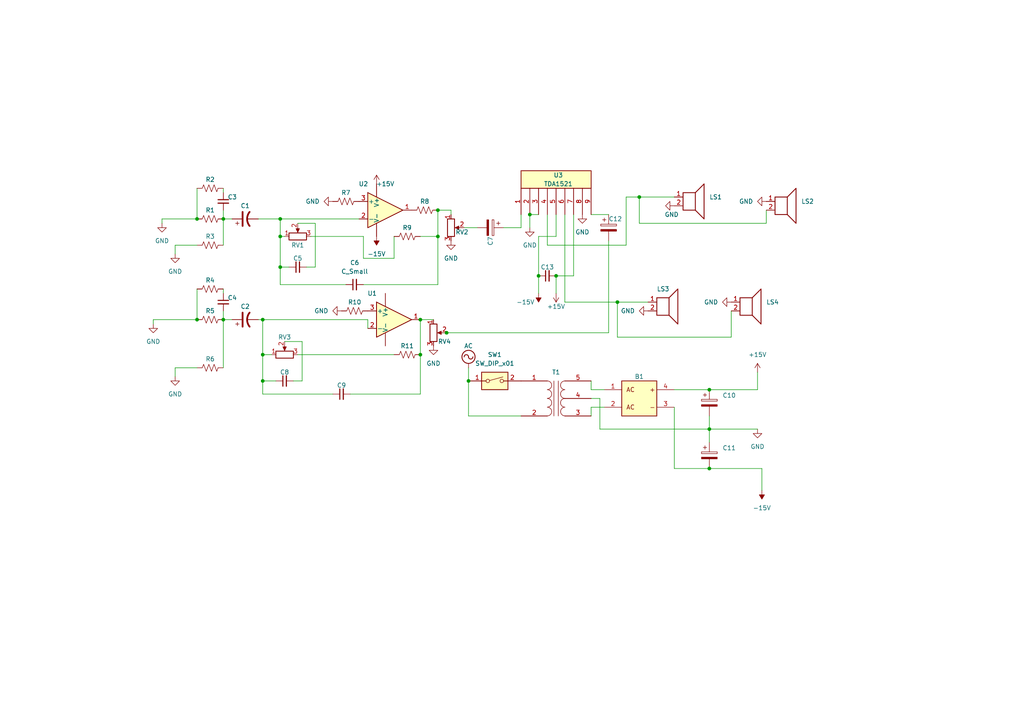
<source format=kicad_sch>
(kicad_sch (version 20230121) (generator eeschema)

  (uuid 1426d301-a10a-4706-8ce9-73d7afa9ef3f)

  (paper "A4")

  (lib_symbols
    (symbol "Amplifier_Operational:TLV172IDCK" (pin_names (offset 0.127)) (in_bom yes) (on_board yes)
      (property "Reference" "U2" (at -3.81 7.62 0)
        (effects (font (size 1.27 1.27)))
      )
      (property "Value" "TLV172IDCK" (at 15.24 1.6509 0)
        (effects (font (size 1.27 1.27)) hide)
      )
      (property "Footprint" "Package_TO_SOT_SMD:SOT-353_SC-70-5" (at 5.08 0 0)
        (effects (font (size 1.27 1.27)) hide)
      )
      (property "Datasheet" "http://www.ti.com/lit/ds/symlink/tlv172.pdf" (at 0 0 0)
        (effects (font (size 1.27 1.27)) hide)
      )
      (property "ki_keywords" "op amp operational amplifier" (at 0 0 0)
        (effects (font (size 1.27 1.27)) hide)
      )
      (property "ki_description" "Low-power Operational Amplifier, SOT-353" (at 0 0 0)
        (effects (font (size 1.27 1.27)) hide)
      )
      (property "ki_fp_filters" "SOT*353*SC*70*" (at 0 0 0)
        (effects (font (size 1.27 1.27)) hide)
      )
      (symbol "TLV172IDCK_0_1"
        (polyline
          (pts
            (xy -2.54 5.08)
            (xy -2.54 -5.08)
            (xy 7.62 0)
            (xy -2.54 5.08)
          )
          (stroke (width 0.254) (type default))
          (fill (type background))
        )
      )
      (symbol "TLV172IDCK_1_1"
        (pin power_in line (at 0 7.62 270) (length 3.81)
          (name "V+" (effects (font (size 1.27 1.27))))
          (number "" (effects (font (size 1.27 1.27))))
        )
        (pin power_in line (at 0 -7.62 90) (length 3.81)
          (name "V-" (effects (font (size 1.27 1.27))))
          (number "" (effects (font (size 1.27 1.27))))
        )
        (pin output line (at 10.16 0 180) (length 2.54)
          (name "~" (effects (font (size 1.27 1.27))))
          (number "1" (effects (font (size 1.27 1.27))))
        )
        (pin input line (at -5.08 -2.54 0) (length 2.54)
          (name "-" (effects (font (size 1.27 1.27))))
          (number "2" (effects (font (size 1.27 1.27))))
        )
        (pin input line (at -5.08 2.54 0) (length 2.54)
          (name "+" (effects (font (size 1.27 1.27))))
          (number "3" (effects (font (size 1.27 1.27))))
        )
      )
    )
    (symbol "Device:C_Polarized" (pin_numbers hide) (pin_names (offset 0.254)) (in_bom yes) (on_board yes)
      (property "Reference" "C" (at 0.635 2.54 0)
        (effects (font (size 1.27 1.27)) (justify left))
      )
      (property "Value" "C_Polarized" (at 0.635 -2.54 0)
        (effects (font (size 1.27 1.27)) (justify left))
      )
      (property "Footprint" "" (at 0.9652 -3.81 0)
        (effects (font (size 1.27 1.27)) hide)
      )
      (property "Datasheet" "~" (at 0 0 0)
        (effects (font (size 1.27 1.27)) hide)
      )
      (property "ki_keywords" "cap capacitor" (at 0 0 0)
        (effects (font (size 1.27 1.27)) hide)
      )
      (property "ki_description" "Polarized capacitor" (at 0 0 0)
        (effects (font (size 1.27 1.27)) hide)
      )
      (property "ki_fp_filters" "CP_*" (at 0 0 0)
        (effects (font (size 1.27 1.27)) hide)
      )
      (symbol "C_Polarized_0_1"
        (rectangle (start -2.286 0.508) (end 2.286 1.016)
          (stroke (width 0) (type default))
          (fill (type none))
        )
        (polyline
          (pts
            (xy -1.778 2.286)
            (xy -0.762 2.286)
          )
          (stroke (width 0) (type default))
          (fill (type none))
        )
        (polyline
          (pts
            (xy -1.27 2.794)
            (xy -1.27 1.778)
          )
          (stroke (width 0) (type default))
          (fill (type none))
        )
        (rectangle (start 2.286 -0.508) (end -2.286 -1.016)
          (stroke (width 0) (type default))
          (fill (type outline))
        )
      )
      (symbol "C_Polarized_1_1"
        (pin passive line (at 0 3.81 270) (length 2.794)
          (name "~" (effects (font (size 1.27 1.27))))
          (number "1" (effects (font (size 1.27 1.27))))
        )
        (pin passive line (at 0 -3.81 90) (length 2.794)
          (name "~" (effects (font (size 1.27 1.27))))
          (number "2" (effects (font (size 1.27 1.27))))
        )
      )
    )
    (symbol "Device:C_Polarized_US" (pin_numbers hide) (pin_names (offset 0.254) hide) (in_bom yes) (on_board yes)
      (property "Reference" "C" (at 0.635 2.54 0)
        (effects (font (size 1.27 1.27)) (justify left))
      )
      (property "Value" "C_Polarized_US" (at 0.635 -2.54 0)
        (effects (font (size 1.27 1.27)) (justify left))
      )
      (property "Footprint" "" (at 0 0 0)
        (effects (font (size 1.27 1.27)) hide)
      )
      (property "Datasheet" "~" (at 0 0 0)
        (effects (font (size 1.27 1.27)) hide)
      )
      (property "ki_keywords" "cap capacitor" (at 0 0 0)
        (effects (font (size 1.27 1.27)) hide)
      )
      (property "ki_description" "Polarized capacitor, US symbol" (at 0 0 0)
        (effects (font (size 1.27 1.27)) hide)
      )
      (property "ki_fp_filters" "CP_*" (at 0 0 0)
        (effects (font (size 1.27 1.27)) hide)
      )
      (symbol "C_Polarized_US_0_1"
        (polyline
          (pts
            (xy -2.032 0.762)
            (xy 2.032 0.762)
          )
          (stroke (width 0.508) (type default))
          (fill (type none))
        )
        (polyline
          (pts
            (xy -1.778 2.286)
            (xy -0.762 2.286)
          )
          (stroke (width 0) (type default))
          (fill (type none))
        )
        (polyline
          (pts
            (xy -1.27 1.778)
            (xy -1.27 2.794)
          )
          (stroke (width 0) (type default))
          (fill (type none))
        )
        (arc (start 2.032 -1.27) (mid 0 -0.5572) (end -2.032 -1.27)
          (stroke (width 0.508) (type default))
          (fill (type none))
        )
      )
      (symbol "C_Polarized_US_1_1"
        (pin passive line (at 0 3.81 270) (length 2.794)
          (name "~" (effects (font (size 1.27 1.27))))
          (number "1" (effects (font (size 1.27 1.27))))
        )
        (pin passive line (at 0 -3.81 90) (length 3.302)
          (name "~" (effects (font (size 1.27 1.27))))
          (number "2" (effects (font (size 1.27 1.27))))
        )
      )
    )
    (symbol "Device:C_Small" (pin_numbers hide) (pin_names (offset 0.254) hide) (in_bom yes) (on_board yes)
      (property "Reference" "C" (at 0.254 1.778 0)
        (effects (font (size 1.27 1.27)) (justify left))
      )
      (property "Value" "C_Small" (at 0.254 -2.032 0)
        (effects (font (size 1.27 1.27)) (justify left))
      )
      (property "Footprint" "" (at 0 0 0)
        (effects (font (size 1.27 1.27)) hide)
      )
      (property "Datasheet" "~" (at 0 0 0)
        (effects (font (size 1.27 1.27)) hide)
      )
      (property "ki_keywords" "capacitor cap" (at 0 0 0)
        (effects (font (size 1.27 1.27)) hide)
      )
      (property "ki_description" "Unpolarized capacitor, small symbol" (at 0 0 0)
        (effects (font (size 1.27 1.27)) hide)
      )
      (property "ki_fp_filters" "C_*" (at 0 0 0)
        (effects (font (size 1.27 1.27)) hide)
      )
      (symbol "C_Small_0_1"
        (polyline
          (pts
            (xy -1.524 -0.508)
            (xy 1.524 -0.508)
          )
          (stroke (width 0.3302) (type default))
          (fill (type none))
        )
        (polyline
          (pts
            (xy -1.524 0.508)
            (xy 1.524 0.508)
          )
          (stroke (width 0.3048) (type default))
          (fill (type none))
        )
      )
      (symbol "C_Small_1_1"
        (pin passive line (at 0 2.54 270) (length 2.032)
          (name "~" (effects (font (size 1.27 1.27))))
          (number "1" (effects (font (size 1.27 1.27))))
        )
        (pin passive line (at 0 -2.54 90) (length 2.032)
          (name "~" (effects (font (size 1.27 1.27))))
          (number "2" (effects (font (size 1.27 1.27))))
        )
      )
    )
    (symbol "Device:R_Potentiometer" (pin_names (offset 1.016) hide) (in_bom yes) (on_board yes)
      (property "Reference" "RV" (at -4.445 0 90)
        (effects (font (size 1.27 1.27)))
      )
      (property "Value" "R_Potentiometer" (at -2.54 0 90)
        (effects (font (size 1.27 1.27)))
      )
      (property "Footprint" "" (at 0 0 0)
        (effects (font (size 1.27 1.27)) hide)
      )
      (property "Datasheet" "~" (at 0 0 0)
        (effects (font (size 1.27 1.27)) hide)
      )
      (property "ki_keywords" "resistor variable" (at 0 0 0)
        (effects (font (size 1.27 1.27)) hide)
      )
      (property "ki_description" "Potentiometer" (at 0 0 0)
        (effects (font (size 1.27 1.27)) hide)
      )
      (property "ki_fp_filters" "Potentiometer*" (at 0 0 0)
        (effects (font (size 1.27 1.27)) hide)
      )
      (symbol "R_Potentiometer_0_1"
        (polyline
          (pts
            (xy 2.54 0)
            (xy 1.524 0)
          )
          (stroke (width 0) (type default))
          (fill (type none))
        )
        (polyline
          (pts
            (xy 1.143 0)
            (xy 2.286 0.508)
            (xy 2.286 -0.508)
            (xy 1.143 0)
          )
          (stroke (width 0) (type default))
          (fill (type outline))
        )
        (rectangle (start 1.016 2.54) (end -1.016 -2.54)
          (stroke (width 0.254) (type default))
          (fill (type none))
        )
      )
      (symbol "R_Potentiometer_1_1"
        (pin passive line (at 0 3.81 270) (length 1.27)
          (name "1" (effects (font (size 1.27 1.27))))
          (number "1" (effects (font (size 1.27 1.27))))
        )
        (pin passive line (at 3.81 0 180) (length 1.27)
          (name "2" (effects (font (size 1.27 1.27))))
          (number "2" (effects (font (size 1.27 1.27))))
        )
        (pin passive line (at 0 -3.81 90) (length 1.27)
          (name "3" (effects (font (size 1.27 1.27))))
          (number "3" (effects (font (size 1.27 1.27))))
        )
      )
    )
    (symbol "Device:R_US" (pin_numbers hide) (pin_names (offset 0)) (in_bom yes) (on_board yes)
      (property "Reference" "R" (at 2.54 0 90)
        (effects (font (size 1.27 1.27)))
      )
      (property "Value" "R_US" (at -2.54 0 90)
        (effects (font (size 1.27 1.27)))
      )
      (property "Footprint" "" (at 1.016 -0.254 90)
        (effects (font (size 1.27 1.27)) hide)
      )
      (property "Datasheet" "~" (at 0 0 0)
        (effects (font (size 1.27 1.27)) hide)
      )
      (property "ki_keywords" "R res resistor" (at 0 0 0)
        (effects (font (size 1.27 1.27)) hide)
      )
      (property "ki_description" "Resistor, US symbol" (at 0 0 0)
        (effects (font (size 1.27 1.27)) hide)
      )
      (property "ki_fp_filters" "R_*" (at 0 0 0)
        (effects (font (size 1.27 1.27)) hide)
      )
      (symbol "R_US_0_1"
        (polyline
          (pts
            (xy 0 -2.286)
            (xy 0 -2.54)
          )
          (stroke (width 0) (type default))
          (fill (type none))
        )
        (polyline
          (pts
            (xy 0 2.286)
            (xy 0 2.54)
          )
          (stroke (width 0) (type default))
          (fill (type none))
        )
        (polyline
          (pts
            (xy 0 -0.762)
            (xy 1.016 -1.143)
            (xy 0 -1.524)
            (xy -1.016 -1.905)
            (xy 0 -2.286)
          )
          (stroke (width 0) (type default))
          (fill (type none))
        )
        (polyline
          (pts
            (xy 0 0.762)
            (xy 1.016 0.381)
            (xy 0 0)
            (xy -1.016 -0.381)
            (xy 0 -0.762)
          )
          (stroke (width 0) (type default))
          (fill (type none))
        )
        (polyline
          (pts
            (xy 0 2.286)
            (xy 1.016 1.905)
            (xy 0 1.524)
            (xy -1.016 1.143)
            (xy 0 0.762)
          )
          (stroke (width 0) (type default))
          (fill (type none))
        )
      )
      (symbol "R_US_1_1"
        (pin passive line (at 0 3.81 270) (length 1.27)
          (name "~" (effects (font (size 1.27 1.27))))
          (number "1" (effects (font (size 1.27 1.27))))
        )
        (pin passive line (at 0 -3.81 90) (length 1.27)
          (name "~" (effects (font (size 1.27 1.27))))
          (number "2" (effects (font (size 1.27 1.27))))
        )
      )
    )
    (symbol "Device:Speaker" (pin_names (offset 0) hide) (in_bom yes) (on_board yes)
      (property "Reference" "LS" (at 1.27 5.715 0)
        (effects (font (size 1.27 1.27)) (justify right))
      )
      (property "Value" "Speaker" (at 1.27 3.81 0)
        (effects (font (size 1.27 1.27)) (justify right))
      )
      (property "Footprint" "" (at 0 -5.08 0)
        (effects (font (size 1.27 1.27)) hide)
      )
      (property "Datasheet" "~" (at -0.254 -1.27 0)
        (effects (font (size 1.27 1.27)) hide)
      )
      (property "ki_keywords" "speaker sound" (at 0 0 0)
        (effects (font (size 1.27 1.27)) hide)
      )
      (property "ki_description" "Speaker" (at 0 0 0)
        (effects (font (size 1.27 1.27)) hide)
      )
      (symbol "Speaker_0_0"
        (rectangle (start -2.54 1.27) (end 1.016 -3.81)
          (stroke (width 0.254) (type default))
          (fill (type none))
        )
        (polyline
          (pts
            (xy 1.016 1.27)
            (xy 3.556 3.81)
            (xy 3.556 -6.35)
            (xy 1.016 -3.81)
          )
          (stroke (width 0.254) (type default))
          (fill (type none))
        )
      )
      (symbol "Speaker_1_1"
        (pin input line (at -5.08 0 0) (length 2.54)
          (name "1" (effects (font (size 1.27 1.27))))
          (number "1" (effects (font (size 1.27 1.27))))
        )
        (pin input line (at -5.08 -2.54 0) (length 2.54)
          (name "2" (effects (font (size 1.27 1.27))))
          (number "2" (effects (font (size 1.27 1.27))))
        )
      )
    )
    (symbol "Device:Transformer_1P_SS" (pin_names (offset 1.016) hide) (in_bom yes) (on_board yes)
      (property "Reference" "T" (at 0 6.35 0)
        (effects (font (size 1.27 1.27)))
      )
      (property "Value" "Transformer_1P_SS" (at 0 -7.62 0)
        (effects (font (size 1.27 1.27)))
      )
      (property "Footprint" "" (at 0 0 0)
        (effects (font (size 1.27 1.27)) hide)
      )
      (property "Datasheet" "~" (at 0 0 0)
        (effects (font (size 1.27 1.27)) hide)
      )
      (property "ki_keywords" "transformer coil magnet" (at 0 0 0)
        (effects (font (size 1.27 1.27)) hide)
      )
      (property "ki_description" "Transformer, single primary, split secondary" (at 0 0 0)
        (effects (font (size 1.27 1.27)) hide)
      )
      (symbol "Transformer_1P_SS_0_1"
        (arc (start -2.54 -5.0546) (mid -1.6599 -4.6901) (end -1.27 -3.81)
          (stroke (width 0) (type default))
          (fill (type none))
        )
        (arc (start -2.54 -2.5146) (mid -1.6599 -2.1501) (end -1.27 -1.27)
          (stroke (width 0) (type default))
          (fill (type none))
        )
        (arc (start -2.54 0.0254) (mid -1.6599 0.3899) (end -1.27 1.27)
          (stroke (width 0) (type default))
          (fill (type none))
        )
        (arc (start -2.54 2.5654) (mid -1.6599 2.9299) (end -1.27 3.81)
          (stroke (width 0) (type default))
          (fill (type none))
        )
        (arc (start -1.27 -3.81) (mid -1.642 -2.912) (end -2.54 -2.54)
          (stroke (width 0) (type default))
          (fill (type none))
        )
        (arc (start -1.27 -1.27) (mid -1.642 -0.372) (end -2.54 0)
          (stroke (width 0) (type default))
          (fill (type none))
        )
        (arc (start -1.27 1.27) (mid -1.642 2.168) (end -2.54 2.54)
          (stroke (width 0) (type default))
          (fill (type none))
        )
        (arc (start -1.27 3.81) (mid -1.642 4.708) (end -2.54 5.08)
          (stroke (width 0) (type default))
          (fill (type none))
        )
        (polyline
          (pts
            (xy -0.635 5.08)
            (xy -0.635 -5.08)
          )
          (stroke (width 0) (type default))
          (fill (type none))
        )
        (polyline
          (pts
            (xy 0.635 -5.08)
            (xy 0.635 5.08)
          )
          (stroke (width 0) (type default))
          (fill (type none))
        )
        (arc (start 1.2954 -1.27) (mid 1.6599 -2.1501) (end 2.54 -2.5146)
          (stroke (width 0) (type default))
          (fill (type none))
        )
        (arc (start 1.2954 1.27) (mid 1.6599 0.3899) (end 2.54 0.0254)
          (stroke (width 0) (type default))
          (fill (type none))
        )
        (arc (start 1.2954 3.81) (mid 1.6599 2.9299) (end 2.54 2.5654)
          (stroke (width 0) (type default))
          (fill (type none))
        )
        (arc (start 1.3208 -3.81) (mid 1.6853 -4.6901) (end 2.5654 -5.0546)
          (stroke (width 0) (type default))
          (fill (type none))
        )
        (arc (start 2.54 0) (mid 1.642 -0.372) (end 1.2954 -1.27)
          (stroke (width 0) (type default))
          (fill (type none))
        )
        (arc (start 2.54 2.54) (mid 1.642 2.168) (end 1.2954 1.27)
          (stroke (width 0) (type default))
          (fill (type none))
        )
        (arc (start 2.54 5.08) (mid 1.642 4.708) (end 1.2954 3.81)
          (stroke (width 0) (type default))
          (fill (type none))
        )
        (arc (start 2.5654 -2.54) (mid 1.6674 -2.912) (end 1.3208 -3.81)
          (stroke (width 0) (type default))
          (fill (type none))
        )
      )
      (symbol "Transformer_1P_SS_1_1"
        (pin passive line (at -10.16 5.08 0) (length 7.62)
          (name "AA" (effects (font (size 1.27 1.27))))
          (number "1" (effects (font (size 1.27 1.27))))
        )
        (pin passive line (at -10.16 -5.08 0) (length 7.62)
          (name "AB" (effects (font (size 1.27 1.27))))
          (number "2" (effects (font (size 1.27 1.27))))
        )
        (pin passive line (at 10.16 -5.08 180) (length 7.62)
          (name "SA" (effects (font (size 1.27 1.27))))
          (number "3" (effects (font (size 1.27 1.27))))
        )
        (pin passive line (at 10.16 0 180) (length 7.62)
          (name "SC" (effects (font (size 1.27 1.27))))
          (number "4" (effects (font (size 1.27 1.27))))
        )
        (pin passive line (at 10.16 5.08 180) (length 7.62)
          (name "SB" (effects (font (size 1.27 1.27))))
          (number "5" (effects (font (size 1.27 1.27))))
        )
      )
    )
    (symbol "Switch:SW_DIP_x01" (pin_names (offset 0) hide) (in_bom yes) (on_board yes)
      (property "Reference" "SW" (at 0 3.81 0)
        (effects (font (size 1.27 1.27)))
      )
      (property "Value" "SW_DIP_x01" (at 0 -3.81 0)
        (effects (font (size 1.27 1.27)))
      )
      (property "Footprint" "" (at 0 0 0)
        (effects (font (size 1.27 1.27)) hide)
      )
      (property "Datasheet" "~" (at 0 0 0)
        (effects (font (size 1.27 1.27)) hide)
      )
      (property "ki_keywords" "dip switch" (at 0 0 0)
        (effects (font (size 1.27 1.27)) hide)
      )
      (property "ki_description" "1x DIP Switch, Single Pole Single Throw (SPST) switch, small symbol" (at 0 0 0)
        (effects (font (size 1.27 1.27)) hide)
      )
      (property "ki_fp_filters" "SW?DIP?x1*" (at 0 0 0)
        (effects (font (size 1.27 1.27)) hide)
      )
      (symbol "SW_DIP_x01_0_0"
        (circle (center -2.032 0) (radius 0.508)
          (stroke (width 0) (type default))
          (fill (type none))
        )
        (polyline
          (pts
            (xy -1.524 0.127)
            (xy 2.3622 1.1684)
          )
          (stroke (width 0) (type default))
          (fill (type none))
        )
        (circle (center 2.032 0) (radius 0.508)
          (stroke (width 0) (type default))
          (fill (type none))
        )
      )
      (symbol "SW_DIP_x01_0_1"
        (rectangle (start -3.81 2.54) (end 3.81 -2.54)
          (stroke (width 0.254) (type default))
          (fill (type background))
        )
      )
      (symbol "SW_DIP_x01_1_1"
        (pin passive line (at -7.62 0 0) (length 5.08)
          (name "~" (effects (font (size 1.27 1.27))))
          (number "1" (effects (font (size 1.27 1.27))))
        )
        (pin passive line (at 7.62 0 180) (length 5.08)
          (name "~" (effects (font (size 1.27 1.27))))
          (number "2" (effects (font (size 1.27 1.27))))
        )
      )
    )
    (symbol "Switch:SW_DIP_x02" (pin_names (offset 0) hide) (in_bom yes) (on_board yes)
      (property "Reference" "SW2" (at 0 10.16 0)
        (effects (font (size 1.27 1.27)))
      )
      (property "Value" "SW_DIP_x02" (at 0 7.62 0)
        (effects (font (size 1.27 1.27)))
      )
      (property "Footprint" "" (at 0 0 0)
        (effects (font (size 1.27 1.27)) hide)
      )
      (property "Datasheet" "+" (at 12.7 -3.81 0)
        (effects (font (size 1.27 1.27)) hide)
      )
      (property "ki_keywords" "dip switch" (at 0 0 0)
        (effects (font (size 1.27 1.27)) hide)
      )
      (property "ki_description" "2x DIP Switch, Single Pole Single Throw (SPST) switch, small symbol" (at 0 0 0)
        (effects (font (size 1.27 1.27)) hide)
      )
      (property "ki_fp_filters" "SW?DIP?x2*" (at 0 0 0)
        (effects (font (size 1.27 1.27)) hide)
      )
      (symbol "SW_DIP_x02_0_0"
        (text "" (at 6.35 -2.54 0)
          (effects (font (size 1.27 1.27)))
        )
      )
      (symbol "SW_DIP_x02_0_1"
        (rectangle (start -3.81 5.08) (end 6.35 -5.08)
          (stroke (width 0.254) (type default))
          (fill (type background))
        )
      )
      (symbol "SW_DIP_x02_1_1"
        (text "+" (at 5.08 2.54 0)
          (effects (font (size 1.27 1.27)))
        )
        (text "-" (at 5.08 -2.54 0)
          (effects (font (size 1.27 1.27)))
        )
        (text "AC" (at -1.27 -2.54 0)
          (effects (font (size 1.27 1.27)))
        )
        (text "AC" (at -1.27 2.54 0)
          (effects (font (size 1.27 1.27)))
        )
        (pin passive line (at -8.89 2.54 0) (length 5.08)
          (name "~" (effects (font (size 1.27 1.27))))
          (number "1" (effects (font (size 1.27 1.27))))
        )
        (pin passive line (at -8.89 -2.54 0) (length 5.08)
          (name "~" (effects (font (size 1.27 1.27))))
          (number "2" (effects (font (size 1.27 1.27))))
        )
        (pin passive line (at 11.43 -2.54 180) (length 5.08)
          (name "~" (effects (font (size 1.27 1.27))))
          (number "3" (effects (font (size 1.27 1.27))))
        )
        (pin passive line (at 11.43 2.54 180) (length 5.08)
          (name "+" (effects (font (size 1.27 1.27))))
          (number "4" (effects (font (size 1.27 1.27))))
        )
      )
    )
    (symbol "Video:TDA9503" (pin_names (offset 1.016)) (in_bom yes) (on_board yes)
      (property "Reference" "U3" (at 25.4 3.6479 0)
        (effects (font (size 1.27 1.27)))
      )
      (property "Value" "TDA1521" (at 25.4 1.1079 0)
        (effects (font (size 1.27 1.27)))
      )
      (property "Footprint" "" (at 0 0 0)
        (effects (font (size 1.27 1.27)) hide)
      )
      (property "Datasheet" "" (at 0 0 0)
        (effects (font (size 1.27 1.27)) hide)
      )
      (symbol "TDA9503_0_1"
        (rectangle (start -20.955 -5.08) (end -0.635 -10.16)
          (stroke (width 0.254) (type default))
          (fill (type background))
        )
      )
      (symbol "TDA9503_1_1"
        (pin input line (at -20.955 -17.78 90) (length 7.62)
          (name "" (effects (font (size 1.27 1.27))))
          (number "1" (effects (font (size 1.27 1.27))))
        )
        (pin output line (at -18.415 -17.78 90) (length 7.62)
          (name "" (effects (font (size 1.27 1.27))))
          (number "2" (effects (font (size 1.27 1.27))))
        )
        (pin passive line (at -15.875 -17.78 90) (length 7.62)
          (name "~" (effects (font (size 1.27 1.27))))
          (number "3" (effects (font (size 1.27 1.27))))
        )
        (pin passive line (at -13.335 -17.78 90) (length 7.62)
          (name "~" (effects (font (size 1.27 1.27))))
          (number "4" (effects (font (size 1.27 1.27))))
        )
        (pin passive line (at -10.795 -17.78 90) (length 7.62)
          (name "~" (effects (font (size 1.27 1.27))))
          (number "5" (effects (font (size 1.27 1.27))))
        )
        (pin output line (at -8.255 -17.78 90) (length 7.62)
          (name "" (effects (font (size 1.27 1.27))))
          (number "6" (effects (font (size 1.27 1.27))))
        )
        (pin output line (at -5.715 -17.78 90) (length 7.62)
          (name "" (effects (font (size 1.27 1.27))))
          (number "7" (effects (font (size 1.27 1.27))))
        )
        (pin output line (at -3.175 -17.78 90) (length 7.62)
          (name "" (effects (font (size 1.27 1.27))))
          (number "8" (effects (font (size 1.27 1.27))))
        )
        (pin output line (at -0.635 -17.78 90) (length 7.62)
          (name "" (effects (font (size 1.27 1.27))))
          (number "9" (effects (font (size 1.27 1.27))))
        )
      )
    )
    (symbol "power:+15V" (power) (pin_names (offset 0)) (in_bom yes) (on_board yes)
      (property "Reference" "#PWR" (at 0 -3.81 0)
        (effects (font (size 1.27 1.27)) hide)
      )
      (property "Value" "+15V" (at 0 3.556 0)
        (effects (font (size 1.27 1.27)))
      )
      (property "Footprint" "" (at 0 0 0)
        (effects (font (size 1.27 1.27)) hide)
      )
      (property "Datasheet" "" (at 0 0 0)
        (effects (font (size 1.27 1.27)) hide)
      )
      (property "ki_keywords" "global power" (at 0 0 0)
        (effects (font (size 1.27 1.27)) hide)
      )
      (property "ki_description" "Power symbol creates a global label with name \"+15V\"" (at 0 0 0)
        (effects (font (size 1.27 1.27)) hide)
      )
      (symbol "+15V_0_1"
        (polyline
          (pts
            (xy -0.762 1.27)
            (xy 0 2.54)
          )
          (stroke (width 0) (type default))
          (fill (type none))
        )
        (polyline
          (pts
            (xy 0 0)
            (xy 0 2.54)
          )
          (stroke (width 0) (type default))
          (fill (type none))
        )
        (polyline
          (pts
            (xy 0 2.54)
            (xy 0.762 1.27)
          )
          (stroke (width 0) (type default))
          (fill (type none))
        )
      )
      (symbol "+15V_1_1"
        (pin power_in line (at 0 0 90) (length 0) hide
          (name "+15V" (effects (font (size 1.27 1.27))))
          (number "1" (effects (font (size 1.27 1.27))))
        )
      )
    )
    (symbol "power:-15V" (power) (pin_names (offset 0)) (in_bom yes) (on_board yes)
      (property "Reference" "#PWR" (at 0 2.54 0)
        (effects (font (size 1.27 1.27)) hide)
      )
      (property "Value" "-15V" (at 0 3.81 0)
        (effects (font (size 1.27 1.27)))
      )
      (property "Footprint" "" (at 0 0 0)
        (effects (font (size 1.27 1.27)) hide)
      )
      (property "Datasheet" "" (at 0 0 0)
        (effects (font (size 1.27 1.27)) hide)
      )
      (property "ki_keywords" "global power" (at 0 0 0)
        (effects (font (size 1.27 1.27)) hide)
      )
      (property "ki_description" "Power symbol creates a global label with name \"-15V\"" (at 0 0 0)
        (effects (font (size 1.27 1.27)) hide)
      )
      (symbol "-15V_0_0"
        (pin power_in line (at 0 0 90) (length 0) hide
          (name "-15V" (effects (font (size 1.27 1.27))))
          (number "1" (effects (font (size 1.27 1.27))))
        )
      )
      (symbol "-15V_0_1"
        (polyline
          (pts
            (xy 0 0)
            (xy 0 1.27)
            (xy 0.762 1.27)
            (xy 0 2.54)
            (xy -0.762 1.27)
            (xy 0 1.27)
          )
          (stroke (width 0) (type default))
          (fill (type outline))
        )
      )
    )
    (symbol "power:AC" (power) (pin_names (offset 0)) (in_bom yes) (on_board yes)
      (property "Reference" "#PWR" (at 0 -2.54 0)
        (effects (font (size 1.27 1.27)) hide)
      )
      (property "Value" "AC" (at 0 6.35 0)
        (effects (font (size 1.27 1.27)))
      )
      (property "Footprint" "" (at 0 0 0)
        (effects (font (size 1.27 1.27)) hide)
      )
      (property "Datasheet" "" (at 0 0 0)
        (effects (font (size 1.27 1.27)) hide)
      )
      (property "ki_keywords" "global power" (at 0 0 0)
        (effects (font (size 1.27 1.27)) hide)
      )
      (property "ki_description" "Power symbol creates a global label with name \"AC\"" (at 0 0 0)
        (effects (font (size 1.27 1.27)) hide)
      )
      (symbol "AC_0_1"
        (polyline
          (pts
            (xy 0 0)
            (xy 0 1.27)
          )
          (stroke (width 0) (type default))
          (fill (type none))
        )
        (arc (start 0 3.175) (mid -0.635 3.8073) (end -1.27 3.175)
          (stroke (width 0.254) (type default))
          (fill (type none))
        )
        (arc (start 0 3.175) (mid 0.635 2.5427) (end 1.27 3.175)
          (stroke (width 0.254) (type default))
          (fill (type none))
        )
        (circle (center 0 3.175) (radius 1.905)
          (stroke (width 0.254) (type default))
          (fill (type none))
        )
      )
      (symbol "AC_1_1"
        (pin power_in line (at 0 0 90) (length 0) hide
          (name "AC" (effects (font (size 1.27 1.27))))
          (number "1" (effects (font (size 1.27 1.27))))
        )
      )
    )
    (symbol "power:GND" (power) (pin_names (offset 0)) (in_bom yes) (on_board yes)
      (property "Reference" "#PWR" (at 0 -6.35 0)
        (effects (font (size 1.27 1.27)) hide)
      )
      (property "Value" "GND" (at 0 -3.81 0)
        (effects (font (size 1.27 1.27)))
      )
      (property "Footprint" "" (at 0 0 0)
        (effects (font (size 1.27 1.27)) hide)
      )
      (property "Datasheet" "" (at 0 0 0)
        (effects (font (size 1.27 1.27)) hide)
      )
      (property "ki_keywords" "global power" (at 0 0 0)
        (effects (font (size 1.27 1.27)) hide)
      )
      (property "ki_description" "Power symbol creates a global label with name \"GND\" , ground" (at 0 0 0)
        (effects (font (size 1.27 1.27)) hide)
      )
      (symbol "GND_0_1"
        (polyline
          (pts
            (xy 0 0)
            (xy 0 -1.27)
            (xy 1.27 -1.27)
            (xy 0 -2.54)
            (xy -1.27 -1.27)
            (xy 0 -1.27)
          )
          (stroke (width 0) (type default))
          (fill (type none))
        )
      )
      (symbol "GND_1_1"
        (pin power_in line (at 0 0 270) (length 0) hide
          (name "GND" (effects (font (size 1.27 1.27))))
          (number "1" (effects (font (size 1.27 1.27))))
        )
      )
    )
  )

  (junction (at 129.54 96.52) (diameter 0) (color 0 0 0 0)
    (uuid 075ab1bb-7919-41bc-ac68-0906162842d9)
  )
  (junction (at 81.28 68.58) (diameter 0) (color 0 0 0 0)
    (uuid 07ab7727-12d2-453c-bc1d-fb27f5b198fd)
  )
  (junction (at 161.29 80.01) (diameter 0) (color 0 0 0 0)
    (uuid 106888b7-8917-4aee-93ef-71eaf7747de2)
  )
  (junction (at 76.2 110.49) (diameter 0) (color 0 0 0 0)
    (uuid 13aa2689-6e1d-4427-86c9-45b212b43b81)
  )
  (junction (at 121.92 102.87) (diameter 0) (color 0 0 0 0)
    (uuid 244ea59e-7ae7-47cb-a5c7-87f94df45737)
  )
  (junction (at 64.77 63.5) (diameter 0) (color 0 0 0 0)
    (uuid 32a39e5d-3dcf-4ed6-b764-110c3659536a)
  )
  (junction (at 76.2 92.71) (diameter 0) (color 0 0 0 0)
    (uuid 33ffb941-7a12-4f52-b6d0-391e6dcac01f)
  )
  (junction (at 57.15 63.5) (diameter 0) (color 0 0 0 0)
    (uuid 3984e41b-5d34-4e32-8e4e-315b4e3b727b)
  )
  (junction (at 127 68.58) (diameter 0) (color 0 0 0 0)
    (uuid 3df0b6e7-c599-4474-ba37-7676ca21b23f)
  )
  (junction (at 127 60.96) (diameter 0) (color 0 0 0 0)
    (uuid 56abbe99-9102-434c-a947-dbc0742821d5)
  )
  (junction (at 57.15 92.71) (diameter 0) (color 0 0 0 0)
    (uuid 5e067dba-d32f-44fc-b2cc-3745a46caf3a)
  )
  (junction (at 153.67 62.23) (diameter 0) (color 0 0 0 0)
    (uuid 64aca884-2bed-43b4-b240-46c556d4c18a)
  )
  (junction (at 205.74 113.03) (diameter 0) (color 0 0 0 0)
    (uuid 6b07cc8c-7c24-474d-b054-1581c17e085f)
  )
  (junction (at 205.74 135.89) (diameter 0) (color 0 0 0 0)
    (uuid 74520ac8-a43d-40cc-9ed4-82e5548b501c)
  )
  (junction (at 179.07 87.63) (diameter 0) (color 0 0 0 0)
    (uuid 8ecde58e-639c-40fe-9c41-93ddaa137d20)
  )
  (junction (at 205.74 124.46) (diameter 0) (color 0 0 0 0)
    (uuid 917eb889-b3bf-4b1c-a3c7-449f678e4996)
  )
  (junction (at 81.28 63.5) (diameter 0) (color 0 0 0 0)
    (uuid 92be88ee-78e1-4d09-9ea2-18bef755dab9)
  )
  (junction (at 76.2 102.87) (diameter 0) (color 0 0 0 0)
    (uuid 932161e1-78fa-4d43-81de-768445b541d7)
  )
  (junction (at 135.89 110.49) (diameter 0) (color 0 0 0 0)
    (uuid c17f01c7-7b6d-4907-8a62-c129376f2b55)
  )
  (junction (at 81.28 77.47) (diameter 0) (color 0 0 0 0)
    (uuid c7e7f98a-f966-4842-9eba-5b2f97b9e7cb)
  )
  (junction (at 121.92 92.71) (diameter 0) (color 0 0 0 0)
    (uuid cafeb63d-191a-4a85-bd2c-610b1edea605)
  )
  (junction (at 185.42 57.15) (diameter 0) (color 0 0 0 0)
    (uuid f2aca131-8fc9-458a-b301-1d0773f0bf95)
  )
  (junction (at 64.77 92.71) (diameter 0) (color 0 0 0 0)
    (uuid fbd6adb6-dc26-4648-a6ac-fe8ca4e8d08e)
  )
  (junction (at 156.21 80.01) (diameter 0) (color 0 0 0 0)
    (uuid fd6c6a86-163b-4822-b5ca-6c8ba8d8f5c6)
  )

  (wire (pts (xy 114.3 68.58) (xy 114.3 74.93))
    (stroke (width 0) (type default))
    (uuid 048d7742-4ae6-4253-b6f3-190381cc5e75)
  )
  (wire (pts (xy 179.07 87.63) (xy 179.07 97.79))
    (stroke (width 0) (type default))
    (uuid 07825e14-2b0a-41ae-9295-b9059e1cbc75)
  )
  (wire (pts (xy 57.15 92.71) (xy 44.45 92.71))
    (stroke (width 0) (type default))
    (uuid 0e26bf11-e5a9-497e-a7ef-a974634045c1)
  )
  (wire (pts (xy 76.2 92.71) (xy 106.68 92.71))
    (stroke (width 0) (type default))
    (uuid 0f2beca2-7848-4718-8560-b126b3afef00)
  )
  (wire (pts (xy 100.33 82.55) (xy 81.28 82.55))
    (stroke (width 0) (type default))
    (uuid 0f2db06f-f9dc-4b0d-96f7-a62c7705dd2c)
  )
  (wire (pts (xy 153.67 62.23) (xy 153.67 66.04))
    (stroke (width 0) (type default))
    (uuid 0fe3d6df-0f15-4fb9-8a5f-f986c549759f)
  )
  (wire (pts (xy 135.89 110.49) (xy 135.89 106.68))
    (stroke (width 0) (type default))
    (uuid 140d5f7b-1504-41f0-9186-7504e9ce3328)
  )
  (wire (pts (xy 171.45 118.11) (xy 175.26 118.11))
    (stroke (width 0) (type default))
    (uuid 1b645ca2-34fd-4ebe-ba9c-13f4ae61b3b6)
  )
  (wire (pts (xy 173.99 115.57) (xy 173.99 124.46))
    (stroke (width 0) (type default))
    (uuid 1d06df49-0b2f-44fa-a0e1-badd6eefd1b2)
  )
  (wire (pts (xy 163.83 62.23) (xy 163.83 87.63))
    (stroke (width 0) (type default))
    (uuid 1d2af0c8-47ad-4a3b-a8ed-3367c7804a35)
  )
  (wire (pts (xy 179.07 87.63) (xy 187.96 87.63))
    (stroke (width 0) (type default))
    (uuid 1e5097ab-e890-4048-ac72-cc1e38aa0b94)
  )
  (wire (pts (xy 195.58 135.89) (xy 205.74 135.89))
    (stroke (width 0) (type default))
    (uuid 21deb2f7-88b3-4cdc-bdb8-cf4a9f5b8768)
  )
  (wire (pts (xy 219.71 107.95) (xy 219.71 113.03))
    (stroke (width 0) (type default))
    (uuid 2292099f-dbc2-42ca-bab2-00b0d57288f7)
  )
  (wire (pts (xy 185.42 57.15) (xy 195.58 57.15))
    (stroke (width 0) (type default))
    (uuid 23db93b8-b2fd-49a6-a935-1a674f6f7b86)
  )
  (wire (pts (xy 64.77 83.82) (xy 64.77 85.09))
    (stroke (width 0) (type default))
    (uuid 25fc1b00-5834-4382-b1e6-0b4a1f023b69)
  )
  (wire (pts (xy 86.36 64.77) (xy 91.44 64.77))
    (stroke (width 0) (type default))
    (uuid 2601611f-3ed0-4446-a465-a0a49c1114c7)
  )
  (wire (pts (xy 76.2 110.49) (xy 80.01 110.49))
    (stroke (width 0) (type default))
    (uuid 264c9acc-23dc-4fa0-b4cb-fad74821d361)
  )
  (wire (pts (xy 105.41 74.93) (xy 105.41 68.58))
    (stroke (width 0) (type default))
    (uuid 297752fb-a33b-48b3-b3e9-4db121f5fa99)
  )
  (wire (pts (xy 127 68.58) (xy 127 82.55))
    (stroke (width 0) (type default))
    (uuid 2b87d932-a0dc-4427-90ce-3442de3e6d39)
  )
  (wire (pts (xy 158.75 62.23) (xy 158.75 71.12))
    (stroke (width 0) (type default))
    (uuid 2cc600ca-de67-45d9-a127-ba67dfed7d96)
  )
  (wire (pts (xy 205.74 135.89) (xy 220.98 135.89))
    (stroke (width 0) (type default))
    (uuid 2cd694a0-ff00-4fc1-9da2-166e39e56491)
  )
  (wire (pts (xy 171.45 120.65) (xy 171.45 118.11))
    (stroke (width 0) (type default))
    (uuid 2d49641d-97ef-4752-90d5-33e2355c915a)
  )
  (wire (pts (xy 151.13 62.23) (xy 151.13 66.04))
    (stroke (width 0) (type default))
    (uuid 2e3e5b63-9e2e-4502-b4d3-ad44bcff4a0e)
  )
  (wire (pts (xy 81.28 68.58) (xy 81.28 77.47))
    (stroke (width 0) (type default))
    (uuid 2e524801-4c53-4326-a515-b412a583deb9)
  )
  (wire (pts (xy 173.99 124.46) (xy 205.74 124.46))
    (stroke (width 0) (type default))
    (uuid 2e56c82d-b2eb-4963-a4e8-fb124ec9bc25)
  )
  (wire (pts (xy 161.29 62.23) (xy 161.29 68.58))
    (stroke (width 0) (type default))
    (uuid 2e63ba0f-867b-4f11-b163-987d9be29b59)
  )
  (wire (pts (xy 175.26 113.03) (xy 171.45 113.03))
    (stroke (width 0) (type default))
    (uuid 2e87c445-e1f2-46e4-9f50-f74608617be4)
  )
  (wire (pts (xy 57.15 63.5) (xy 46.99 63.5))
    (stroke (width 0) (type default))
    (uuid 309d5460-a2dd-44a8-b16c-854fb13eb237)
  )
  (wire (pts (xy 85.09 110.49) (xy 87.63 110.49))
    (stroke (width 0) (type default))
    (uuid 338d2f8e-8cbb-493c-917e-b5d60607e53b)
  )
  (wire (pts (xy 156.21 68.58) (xy 156.21 80.01))
    (stroke (width 0) (type default))
    (uuid 393362dc-f15a-4516-9bb5-2458b6eea7d4)
  )
  (wire (pts (xy 105.41 68.58) (xy 90.17 68.58))
    (stroke (width 0) (type default))
    (uuid 3a17e0a9-c069-478f-9ff5-0253e5516242)
  )
  (wire (pts (xy 195.58 118.11) (xy 195.58 135.89))
    (stroke (width 0) (type default))
    (uuid 3b623f47-8e70-42d7-86b1-77364d2cd201)
  )
  (wire (pts (xy 121.92 102.87) (xy 121.92 114.3))
    (stroke (width 0) (type default))
    (uuid 3edf392f-c1bc-49dc-8ba9-e8c320e1e34e)
  )
  (wire (pts (xy 171.45 62.23) (xy 176.53 62.23))
    (stroke (width 0) (type default))
    (uuid 428d008c-71d1-4822-8e5d-13af7bcbab47)
  )
  (wire (pts (xy 50.8 71.12) (xy 50.8 73.66))
    (stroke (width 0) (type default))
    (uuid 4321c075-9203-4056-af90-df1f6423c866)
  )
  (wire (pts (xy 81.28 63.5) (xy 104.14 63.5))
    (stroke (width 0) (type default))
    (uuid 46899b63-472e-430f-b63d-69a74ea709a2)
  )
  (wire (pts (xy 163.83 87.63) (xy 179.07 87.63))
    (stroke (width 0) (type default))
    (uuid 48c1eff1-3f7d-4240-8ff9-9473f6f6d7b0)
  )
  (wire (pts (xy 127 60.96) (xy 130.81 60.96))
    (stroke (width 0) (type default))
    (uuid 4cc2c4fc-26a8-416d-bbe7-546a2051492b)
  )
  (wire (pts (xy 171.45 115.57) (xy 173.99 115.57))
    (stroke (width 0) (type default))
    (uuid 505d4947-357c-4d38-9b5c-310be84e7d4b)
  )
  (wire (pts (xy 127 60.96) (xy 127 68.58))
    (stroke (width 0) (type default))
    (uuid 55dd5fed-656f-42b1-b4ba-25c39b13eb93)
  )
  (wire (pts (xy 185.42 57.15) (xy 185.42 64.77))
    (stroke (width 0) (type default))
    (uuid 5609eda1-f0c4-4ca7-9217-359174cb761c)
  )
  (wire (pts (xy 83.82 77.47) (xy 81.28 77.47))
    (stroke (width 0) (type default))
    (uuid 562888b0-652a-42d2-b234-511db5f0d404)
  )
  (wire (pts (xy 181.61 71.12) (xy 181.61 57.15))
    (stroke (width 0) (type default))
    (uuid 5c5daae5-423a-4ac7-836f-c57fd93f2f36)
  )
  (wire (pts (xy 78.74 102.87) (xy 76.2 102.87))
    (stroke (width 0) (type default))
    (uuid 5e60d8b4-069a-43d9-aea6-b83c3a1d2680)
  )
  (wire (pts (xy 222.25 60.96) (xy 222.25 64.77))
    (stroke (width 0) (type default))
    (uuid 5ede0fc1-376d-4b2c-a9f0-204d1ec0c5b6)
  )
  (wire (pts (xy 121.92 92.71) (xy 121.92 102.87))
    (stroke (width 0) (type default))
    (uuid 5f8800ff-def5-4bc7-a285-25b1471bd382)
  )
  (wire (pts (xy 176.53 96.52) (xy 176.53 69.85))
    (stroke (width 0) (type default))
    (uuid 5fb1ac44-de96-4a3d-9e75-641fe8880af6)
  )
  (wire (pts (xy 156.21 62.23) (xy 153.67 62.23))
    (stroke (width 0) (type default))
    (uuid 63f01dd4-8216-4488-a6c8-235ba935d60c)
  )
  (wire (pts (xy 166.37 80.01) (xy 161.29 80.01))
    (stroke (width 0) (type default))
    (uuid 64a1a633-8a4c-45be-b02f-b047b7ec7dfa)
  )
  (wire (pts (xy 64.77 90.17) (xy 64.77 92.71))
    (stroke (width 0) (type default))
    (uuid 65c6c4b7-7367-436c-ace3-56e6493e22dc)
  )
  (wire (pts (xy 156.21 80.01) (xy 156.21 85.09))
    (stroke (width 0) (type default))
    (uuid 6919b506-4ac0-408e-8d48-1176deae48b2)
  )
  (wire (pts (xy 158.75 71.12) (xy 181.61 71.12))
    (stroke (width 0) (type default))
    (uuid 693fb935-e71f-4842-9899-215bff3cee62)
  )
  (wire (pts (xy 106.68 92.71) (xy 106.68 95.25))
    (stroke (width 0) (type default))
    (uuid 69e0da55-4ca6-4c9a-8701-91072d04ea45)
  )
  (wire (pts (xy 151.13 66.04) (xy 146.05 66.04))
    (stroke (width 0) (type default))
    (uuid 6c04f59d-14e1-4149-8856-63a038504553)
  )
  (wire (pts (xy 129.54 96.52) (xy 176.53 96.52))
    (stroke (width 0) (type default))
    (uuid 71bfa4d4-d7cd-40f8-8258-bc3619bbd784)
  )
  (wire (pts (xy 134.62 66.04) (xy 138.43 66.04))
    (stroke (width 0) (type default))
    (uuid 748da8ab-1065-4b05-98a1-484e228ebacf)
  )
  (wire (pts (xy 130.81 60.96) (xy 130.81 62.23))
    (stroke (width 0) (type default))
    (uuid 75a5cdec-44cd-4ddc-bd96-d0855977af7a)
  )
  (wire (pts (xy 91.44 64.77) (xy 91.44 77.47))
    (stroke (width 0) (type default))
    (uuid 77b8a75f-9642-4aa9-8e9e-6a0e57818596)
  )
  (wire (pts (xy 128.27 96.52) (xy 129.54 96.52))
    (stroke (width 0) (type default))
    (uuid 7bc23881-3f6c-421c-b617-f57b9bf38059)
  )
  (wire (pts (xy 212.09 97.79) (xy 212.09 90.17))
    (stroke (width 0) (type default))
    (uuid 7caa73c8-e3ce-4573-b6ad-6e06693acff9)
  )
  (wire (pts (xy 205.74 124.46) (xy 205.74 128.27))
    (stroke (width 0) (type default))
    (uuid 7cd4d976-2b38-4cf8-8621-db8937456512)
  )
  (wire (pts (xy 74.93 92.71) (xy 76.2 92.71))
    (stroke (width 0) (type default))
    (uuid 819f3620-701f-4bd0-8870-6004867af6a0)
  )
  (wire (pts (xy 57.15 106.68) (xy 50.8 106.68))
    (stroke (width 0) (type default))
    (uuid 85e27cc4-2cee-47c7-b454-ada565378878)
  )
  (wire (pts (xy 166.37 62.23) (xy 166.37 80.01))
    (stroke (width 0) (type default))
    (uuid 873c430c-9dc9-412a-95cc-ebf1d5fe40d0)
  )
  (wire (pts (xy 57.15 54.61) (xy 57.15 63.5))
    (stroke (width 0) (type default))
    (uuid 8a094e8a-2d00-4844-bd58-7aa43db38105)
  )
  (wire (pts (xy 135.89 120.65) (xy 135.89 110.49))
    (stroke (width 0) (type default))
    (uuid 8a3bd74c-ff6b-4358-af3a-c60050156be6)
  )
  (wire (pts (xy 87.63 99.06) (xy 87.63 110.49))
    (stroke (width 0) (type default))
    (uuid 8d87349d-c1f7-400c-aeb6-5500835a1e6f)
  )
  (wire (pts (xy 222.25 64.77) (xy 185.42 64.77))
    (stroke (width 0) (type default))
    (uuid 8f56f5a7-0571-4587-8664-e8a0821de2cd)
  )
  (wire (pts (xy 81.28 82.55) (xy 81.28 77.47))
    (stroke (width 0) (type default))
    (uuid 90de5c29-1df7-470f-9503-1c051a9dc9bf)
  )
  (wire (pts (xy 205.74 120.65) (xy 205.74 124.46))
    (stroke (width 0) (type default))
    (uuid 936eddde-bed9-4c41-a6a3-29b9616ce63a)
  )
  (wire (pts (xy 64.77 92.71) (xy 67.31 92.71))
    (stroke (width 0) (type default))
    (uuid 95304a0a-6ca8-4c50-8904-81112c550c6c)
  )
  (wire (pts (xy 44.45 92.71) (xy 44.45 93.98))
    (stroke (width 0) (type default))
    (uuid 964b05ce-369c-470b-b9cc-a053e0348461)
  )
  (wire (pts (xy 46.99 63.5) (xy 46.99 64.77))
    (stroke (width 0) (type default))
    (uuid 9a39575e-fab1-423c-a914-1969ffbd0874)
  )
  (wire (pts (xy 64.77 60.96) (xy 64.77 63.5))
    (stroke (width 0) (type default))
    (uuid 9c1c90f1-4ddb-4e40-9441-852e217512f1)
  )
  (wire (pts (xy 76.2 114.3) (xy 76.2 110.49))
    (stroke (width 0) (type default))
    (uuid 9e075765-3014-4de4-89ce-e545c70309ae)
  )
  (wire (pts (xy 219.71 113.03) (xy 205.74 113.03))
    (stroke (width 0) (type default))
    (uuid a7a37b32-74a5-430f-aad3-9265fc5d5b94)
  )
  (wire (pts (xy 220.98 135.89) (xy 220.98 142.24))
    (stroke (width 0) (type default))
    (uuid a7b8ae76-84a9-42ea-9146-b34fe4a267db)
  )
  (wire (pts (xy 81.28 68.58) (xy 82.55 68.58))
    (stroke (width 0) (type default))
    (uuid af8b51b5-d948-4326-8b7b-2f8ba5236be2)
  )
  (wire (pts (xy 91.44 77.47) (xy 88.9 77.47))
    (stroke (width 0) (type default))
    (uuid b13d3f3e-87a2-4587-898f-12e313efb847)
  )
  (wire (pts (xy 181.61 57.15) (xy 185.42 57.15))
    (stroke (width 0) (type default))
    (uuid b1c2ee9e-646b-44b1-b8b9-6c8a4add8046)
  )
  (wire (pts (xy 121.92 92.71) (xy 125.73 92.71))
    (stroke (width 0) (type default))
    (uuid b6f3feb5-0205-4a2d-b1db-5bf965328eb2)
  )
  (wire (pts (xy 121.92 114.3) (xy 101.6 114.3))
    (stroke (width 0) (type default))
    (uuid b73cdd9e-4afa-4baa-addd-f91f186ca202)
  )
  (wire (pts (xy 161.29 68.58) (xy 156.21 68.58))
    (stroke (width 0) (type default))
    (uuid bab590fb-885c-449c-a0af-d646df681eea)
  )
  (wire (pts (xy 114.3 102.87) (xy 86.36 102.87))
    (stroke (width 0) (type default))
    (uuid bae61b51-9670-4227-bdc7-f1b360cfb684)
  )
  (wire (pts (xy 127 68.58) (xy 121.92 68.58))
    (stroke (width 0) (type default))
    (uuid bb41b3eb-3802-49ca-85eb-50ed1ce1f080)
  )
  (wire (pts (xy 76.2 102.87) (xy 76.2 110.49))
    (stroke (width 0) (type default))
    (uuid c2589151-5917-463b-aada-2b36c0d21df1)
  )
  (wire (pts (xy 57.15 71.12) (xy 50.8 71.12))
    (stroke (width 0) (type default))
    (uuid c85cdb07-4a67-413c-9488-595db18f8300)
  )
  (wire (pts (xy 74.93 63.5) (xy 81.28 63.5))
    (stroke (width 0) (type default))
    (uuid ce8ea856-0ff4-4bd0-a68f-3184d3d487b0)
  )
  (wire (pts (xy 81.28 63.5) (xy 81.28 68.58))
    (stroke (width 0) (type default))
    (uuid d627db86-3ad9-4481-8f65-ad407f961af8)
  )
  (wire (pts (xy 76.2 92.71) (xy 76.2 102.87))
    (stroke (width 0) (type default))
    (uuid d878688b-cebb-4619-b166-cccd5ec9ae9d)
  )
  (wire (pts (xy 151.13 120.65) (xy 135.89 120.65))
    (stroke (width 0) (type default))
    (uuid de3cda1c-410e-44f4-9c05-9694ff732126)
  )
  (wire (pts (xy 64.77 63.5) (xy 64.77 71.12))
    (stroke (width 0) (type default))
    (uuid de9deacf-0add-41a2-8049-503bb56ba92e)
  )
  (wire (pts (xy 82.55 99.06) (xy 87.63 99.06))
    (stroke (width 0) (type default))
    (uuid e0e7680e-9bf4-4e2e-816e-3e02c0f8225d)
  )
  (wire (pts (xy 64.77 92.71) (xy 64.77 106.68))
    (stroke (width 0) (type default))
    (uuid e1a17f0d-5fa1-4312-b4fb-dd62abe8f5f4)
  )
  (wire (pts (xy 171.45 113.03) (xy 171.45 110.49))
    (stroke (width 0) (type default))
    (uuid e26e512f-f79e-4996-a959-e8e751571592)
  )
  (wire (pts (xy 161.29 80.01) (xy 161.29 85.09))
    (stroke (width 0) (type default))
    (uuid e48a2508-a4eb-4437-ad23-660c86be78dc)
  )
  (wire (pts (xy 114.3 74.93) (xy 105.41 74.93))
    (stroke (width 0) (type default))
    (uuid e50b03fb-e868-4afb-9abf-82371a955fc8)
  )
  (wire (pts (xy 96.52 114.3) (xy 76.2 114.3))
    (stroke (width 0) (type default))
    (uuid e62d03ff-29a0-4821-b334-bbc670bbd310)
  )
  (wire (pts (xy 205.74 124.46) (xy 219.71 124.46))
    (stroke (width 0) (type default))
    (uuid f01494fc-f468-47ec-aed7-72f9e6327b86)
  )
  (wire (pts (xy 64.77 63.5) (xy 67.31 63.5))
    (stroke (width 0) (type default))
    (uuid f06b3eec-e7b3-4f05-98fe-2240384bccaf)
  )
  (wire (pts (xy 57.15 83.82) (xy 57.15 92.71))
    (stroke (width 0) (type default))
    (uuid f30af7c2-b059-4c8d-ad50-9f99948e5f3e)
  )
  (wire (pts (xy 127 82.55) (xy 105.41 82.55))
    (stroke (width 0) (type default))
    (uuid f395d143-c9b5-43c1-ad8c-45fe6b7d3274)
  )
  (wire (pts (xy 195.58 113.03) (xy 205.74 113.03))
    (stroke (width 0) (type default))
    (uuid f3c168f3-d019-47a3-9929-aca06d7e7af7)
  )
  (wire (pts (xy 64.77 54.61) (xy 64.77 55.88))
    (stroke (width 0) (type default))
    (uuid f86e4441-0b1e-4ae0-b432-0ae913257c2f)
  )
  (wire (pts (xy 179.07 97.79) (xy 212.09 97.79))
    (stroke (width 0) (type default))
    (uuid fac1fded-c8ae-4178-bef8-fd3e567784d1)
  )
  (wire (pts (xy 50.8 106.68) (xy 50.8 109.22))
    (stroke (width 0) (type default))
    (uuid fd9d2e17-3795-4f29-a787-6267a831410a)
  )

  (symbol (lib_id "Device:C_Polarized") (at 205.74 132.08 0) (unit 1)
    (in_bom yes) (on_board yes) (dnp no) (fields_autoplaced)
    (uuid 024c070e-9a6a-44f6-bcda-75c86fa45f73)
    (property "Reference" "C11" (at 209.55 129.921 0)
      (effects (font (size 1.27 1.27)) (justify left))
    )
    (property "Value" "C_Polarized" (at 209.55 132.461 0)
      (effects (font (size 1.27 1.27)) (justify left) hide)
    )
    (property "Footprint" "" (at 206.7052 135.89 0)
      (effects (font (size 1.27 1.27)) hide)
    )
    (property "Datasheet" "~" (at 205.74 132.08 0)
      (effects (font (size 1.27 1.27)) hide)
    )
    (pin "1" (uuid 404d6316-1506-4791-a706-96796776c0e8))
    (pin "2" (uuid d8617f2c-7699-46c5-9f39-e2cad4ba4149))
    (instances
      (project "amp edifier"
        (path "/1426d301-a10a-4706-8ce9-73d7afa9ef3f"
          (reference "C11") (unit 1)
        )
      )
    )
  )

  (symbol (lib_id "power:GND") (at 222.25 58.42 270) (unit 1)
    (in_bom yes) (on_board yes) (dnp no) (fields_autoplaced)
    (uuid 02a323be-43f7-4d45-8dad-be01eb9ad611)
    (property "Reference" "#PWR012" (at 215.9 58.42 0)
      (effects (font (size 1.27 1.27)) hide)
    )
    (property "Value" "GND" (at 218.44 58.42 90)
      (effects (font (size 1.27 1.27)) (justify right))
    )
    (property "Footprint" "" (at 222.25 58.42 0)
      (effects (font (size 1.27 1.27)) hide)
    )
    (property "Datasheet" "" (at 222.25 58.42 0)
      (effects (font (size 1.27 1.27)) hide)
    )
    (pin "1" (uuid 6f97c8cf-f25f-4903-8260-53dc43af8fdc))
    (instances
      (project "amp edifier"
        (path "/1426d301-a10a-4706-8ce9-73d7afa9ef3f"
          (reference "#PWR012") (unit 1)
        )
      )
    )
  )

  (symbol (lib_id "Device:R_US") (at 60.96 106.68 90) (unit 1)
    (in_bom yes) (on_board yes) (dnp no)
    (uuid 066183fe-c51f-4d9c-b1bb-9380a024f1b7)
    (property "Reference" "R6" (at 60.96 104.14 90)
      (effects (font (size 1.27 1.27)))
    )
    (property "Value" "R_US" (at 60.96 102.87 90)
      (effects (font (size 1.27 1.27)) hide)
    )
    (property "Footprint" "" (at 61.214 105.664 90)
      (effects (font (size 1.27 1.27)) hide)
    )
    (property "Datasheet" "~" (at 60.96 106.68 0)
      (effects (font (size 1.27 1.27)) hide)
    )
    (pin "1" (uuid 076ec024-7f01-4ea9-b0cb-59146a8ee183))
    (pin "2" (uuid 2325bd6c-d494-45dc-9c2c-143df437646b))
    (instances
      (project "amp edifier"
        (path "/1426d301-a10a-4706-8ce9-73d7afa9ef3f"
          (reference "R6") (unit 1)
        )
      )
    )
  )

  (symbol (lib_id "Device:Speaker") (at 227.33 58.42 0) (unit 1)
    (in_bom yes) (on_board yes) (dnp no) (fields_autoplaced)
    (uuid 09df1722-286d-4cec-9716-91e9958374b6)
    (property "Reference" "LS2" (at 232.41 58.42 0)
      (effects (font (size 1.27 1.27)) (justify left))
    )
    (property "Value" "Speaker" (at 232.41 60.96 0)
      (effects (font (size 1.27 1.27)) (justify left) hide)
    )
    (property "Footprint" "" (at 227.33 63.5 0)
      (effects (font (size 1.27 1.27)) hide)
    )
    (property "Datasheet" "~" (at 227.076 59.69 0)
      (effects (font (size 1.27 1.27)) hide)
    )
    (pin "1" (uuid 46ed4a01-81b7-4493-a80f-2aee23da5aaa))
    (pin "2" (uuid f6c0c9ad-f80a-4a05-a3da-36b3bde30c7d))
    (instances
      (project "amp edifier"
        (path "/1426d301-a10a-4706-8ce9-73d7afa9ef3f"
          (reference "LS2") (unit 1)
        )
      )
    )
  )

  (symbol (lib_id "Device:R_US") (at 102.87 90.17 90) (unit 1)
    (in_bom yes) (on_board yes) (dnp no)
    (uuid 0ac4435c-80a3-4e33-b856-f221964b85d1)
    (property "Reference" "R10" (at 102.87 87.63 90)
      (effects (font (size 1.27 1.27)))
    )
    (property "Value" "R_US" (at 102.87 86.36 90)
      (effects (font (size 1.27 1.27)) hide)
    )
    (property "Footprint" "" (at 103.124 89.154 90)
      (effects (font (size 1.27 1.27)) hide)
    )
    (property "Datasheet" "~" (at 102.87 90.17 0)
      (effects (font (size 1.27 1.27)) hide)
    )
    (pin "1" (uuid 5a6ff900-ad88-4bbb-afe7-ee55ef022151))
    (pin "2" (uuid 1e0b8d5a-be14-43b5-a0b6-0f5f2e153b65))
    (instances
      (project "amp edifier"
        (path "/1426d301-a10a-4706-8ce9-73d7afa9ef3f"
          (reference "R10") (unit 1)
        )
      )
    )
  )

  (symbol (lib_id "Device:R_US") (at 60.96 54.61 90) (unit 1)
    (in_bom yes) (on_board yes) (dnp no)
    (uuid 0bba73d6-bc7a-4882-b9ac-99ee7f93412c)
    (property "Reference" "R2" (at 60.96 52.07 90)
      (effects (font (size 1.27 1.27)))
    )
    (property "Value" "R_US" (at 60.96 50.8 90)
      (effects (font (size 1.27 1.27)) hide)
    )
    (property "Footprint" "" (at 61.214 53.594 90)
      (effects (font (size 1.27 1.27)) hide)
    )
    (property "Datasheet" "~" (at 60.96 54.61 0)
      (effects (font (size 1.27 1.27)) hide)
    )
    (pin "1" (uuid daf296ee-d43c-4ae1-be17-e91306d3daf5))
    (pin "2" (uuid 287eac8e-a86b-4db3-a138-edd4cbe099dd))
    (instances
      (project "amp edifier"
        (path "/1426d301-a10a-4706-8ce9-73d7afa9ef3f"
          (reference "R2") (unit 1)
        )
      )
    )
  )

  (symbol (lib_id "Device:C_Small") (at 82.55 110.49 90) (unit 1)
    (in_bom yes) (on_board yes) (dnp no)
    (uuid 0c03b630-594e-4e2e-a9ce-86bdc151d2d5)
    (property "Reference" "C8" (at 82.55 107.95 90)
      (effects (font (size 1.27 1.27)))
    )
    (property "Value" "C_Small" (at 82.5563 106.68 90)
      (effects (font (size 1.27 1.27)) hide)
    )
    (property "Footprint" "" (at 82.55 110.49 0)
      (effects (font (size 1.27 1.27)) hide)
    )
    (property "Datasheet" "~" (at 82.55 110.49 0)
      (effects (font (size 1.27 1.27)) hide)
    )
    (pin "1" (uuid 022447fb-cd64-4607-a440-92e6df3ad7b3))
    (pin "2" (uuid c3ba424e-bd41-4301-9cda-eb17382e0b6a))
    (instances
      (project "amp edifier"
        (path "/1426d301-a10a-4706-8ce9-73d7afa9ef3f"
          (reference "C8") (unit 1)
        )
      )
    )
  )

  (symbol (lib_id "power:GND") (at 99.06 90.17 270) (unit 1)
    (in_bom yes) (on_board yes) (dnp no) (fields_autoplaced)
    (uuid 0ec30390-9410-4a80-b522-9547715d7ded)
    (property "Reference" "#PWR09" (at 92.71 90.17 0)
      (effects (font (size 1.27 1.27)) hide)
    )
    (property "Value" "GND" (at 95.25 90.17 90)
      (effects (font (size 1.27 1.27)) (justify right))
    )
    (property "Footprint" "" (at 99.06 90.17 0)
      (effects (font (size 1.27 1.27)) hide)
    )
    (property "Datasheet" "" (at 99.06 90.17 0)
      (effects (font (size 1.27 1.27)) hide)
    )
    (pin "1" (uuid cf91910c-8119-4a00-ac1c-47f8daa09476))
    (instances
      (project "amp edifier"
        (path "/1426d301-a10a-4706-8ce9-73d7afa9ef3f"
          (reference "#PWR09") (unit 1)
        )
      )
    )
  )

  (symbol (lib_id "Device:Speaker") (at 193.04 87.63 0) (unit 1)
    (in_bom yes) (on_board yes) (dnp no)
    (uuid 0fc1befd-d0c7-4c34-a17a-fa04ee4d6cf6)
    (property "Reference" "LS3" (at 190.5 83.82 0)
      (effects (font (size 1.27 1.27)) (justify left))
    )
    (property "Value" "Speaker" (at 198.12 90.17 0)
      (effects (font (size 1.27 1.27)) (justify left) hide)
    )
    (property "Footprint" "" (at 193.04 92.71 0)
      (effects (font (size 1.27 1.27)) hide)
    )
    (property "Datasheet" "~" (at 192.786 88.9 0)
      (effects (font (size 1.27 1.27)) hide)
    )
    (pin "1" (uuid 16842137-701d-4e2b-a538-4ff66c2be17b))
    (pin "2" (uuid 18840037-efc8-41df-8b60-b628ec00984a))
    (instances
      (project "amp edifier"
        (path "/1426d301-a10a-4706-8ce9-73d7afa9ef3f"
          (reference "LS3") (unit 1)
        )
      )
    )
  )

  (symbol (lib_id "Device:C_Polarized") (at 205.74 116.84 0) (unit 1)
    (in_bom yes) (on_board yes) (dnp no) (fields_autoplaced)
    (uuid 11a94b44-52ad-492c-b1a8-b45bb644fbdf)
    (property "Reference" "C10" (at 209.55 114.681 0)
      (effects (font (size 1.27 1.27)) (justify left))
    )
    (property "Value" "C_Polarized" (at 209.55 117.221 0)
      (effects (font (size 1.27 1.27)) (justify left) hide)
    )
    (property "Footprint" "" (at 206.7052 120.65 0)
      (effects (font (size 1.27 1.27)) hide)
    )
    (property "Datasheet" "~" (at 205.74 116.84 0)
      (effects (font (size 1.27 1.27)) hide)
    )
    (pin "1" (uuid 02a32db5-b088-4151-b9f5-5219905d0c6f))
    (pin "2" (uuid 9305666b-f942-4244-90f9-0a37e6ccb0df))
    (instances
      (project "amp edifier"
        (path "/1426d301-a10a-4706-8ce9-73d7afa9ef3f"
          (reference "C10") (unit 1)
        )
      )
    )
  )

  (symbol (lib_id "power:GND") (at 153.67 66.04 0) (unit 1)
    (in_bom yes) (on_board yes) (dnp no) (fields_autoplaced)
    (uuid 1aff106c-ab5b-4f40-9dc4-d8d337ec8c3b)
    (property "Reference" "#PWR018" (at 153.67 72.39 0)
      (effects (font (size 1.27 1.27)) hide)
    )
    (property "Value" "GND" (at 153.67 71.12 0)
      (effects (font (size 1.27 1.27)))
    )
    (property "Footprint" "" (at 153.67 66.04 0)
      (effects (font (size 1.27 1.27)) hide)
    )
    (property "Datasheet" "" (at 153.67 66.04 0)
      (effects (font (size 1.27 1.27)) hide)
    )
    (pin "1" (uuid 7e11caf0-b6fb-44e0-ae14-1b40739bed8c))
    (instances
      (project "amp edifier"
        (path "/1426d301-a10a-4706-8ce9-73d7afa9ef3f"
          (reference "#PWR018") (unit 1)
        )
      )
    )
  )

  (symbol (lib_id "Device:R_US") (at 60.96 63.5 90) (unit 1)
    (in_bom yes) (on_board yes) (dnp no)
    (uuid 25ec7086-0963-4b18-8434-783c3f164126)
    (property "Reference" "R1" (at 60.96 60.96 90)
      (effects (font (size 1.27 1.27)))
    )
    (property "Value" "R_US" (at 60.96 59.69 90)
      (effects (font (size 1.27 1.27)) hide)
    )
    (property "Footprint" "" (at 61.214 62.484 90)
      (effects (font (size 1.27 1.27)) hide)
    )
    (property "Datasheet" "~" (at 60.96 63.5 0)
      (effects (font (size 1.27 1.27)) hide)
    )
    (pin "1" (uuid 6a2b6f93-2763-42e8-ae91-3a99593aaa79))
    (pin "2" (uuid fbebb0ff-0572-406b-9c3b-537c795c5c7d))
    (instances
      (project "amp edifier"
        (path "/1426d301-a10a-4706-8ce9-73d7afa9ef3f"
          (reference "R1") (unit 1)
        )
      )
    )
  )

  (symbol (lib_id "power:-15V") (at 109.22 68.58 180) (unit 1)
    (in_bom yes) (on_board yes) (dnp no) (fields_autoplaced)
    (uuid 2824ae9c-3d0d-44b0-99a4-0232d33e8468)
    (property "Reference" "#PWR06" (at 109.22 71.12 0)
      (effects (font (size 1.27 1.27)) hide)
    )
    (property "Value" "-15V" (at 109.22 73.66 0)
      (effects (font (size 1.27 1.27)))
    )
    (property "Footprint" "" (at 109.22 68.58 0)
      (effects (font (size 1.27 1.27)) hide)
    )
    (property "Datasheet" "" (at 109.22 68.58 0)
      (effects (font (size 1.27 1.27)) hide)
    )
    (pin "1" (uuid 35793814-cac0-4154-ac9c-520526f5b7f1))
    (instances
      (project "amp edifier"
        (path "/1426d301-a10a-4706-8ce9-73d7afa9ef3f"
          (reference "#PWR06") (unit 1)
        )
      )
    )
  )

  (symbol (lib_id "Device:Transformer_1P_SS") (at 161.29 115.57 0) (unit 1)
    (in_bom yes) (on_board yes) (dnp no)
    (uuid 2fa89ad8-7626-43d6-82b7-181d0f25c7e6)
    (property "Reference" "T1" (at 161.29 107.95 0)
      (effects (font (size 1.27 1.27)))
    )
    (property "Value" "Transformer_1P_SS" (at 161.3027 107.95 0)
      (effects (font (size 1.27 1.27)) hide)
    )
    (property "Footprint" "" (at 161.29 115.57 0)
      (effects (font (size 1.27 1.27)) hide)
    )
    (property "Datasheet" "~" (at 161.29 115.57 0)
      (effects (font (size 1.27 1.27)) hide)
    )
    (pin "1" (uuid 3054a312-2cf1-42ed-86ee-77ab5006c12d))
    (pin "2" (uuid 7aee7ac5-49d1-4265-9b83-6aa9c530a103))
    (pin "3" (uuid 5e932dbe-b8f1-44f7-80f2-e46ad9ca2c4c))
    (pin "4" (uuid 300d1856-2949-42c0-8c5f-d98def8d786a))
    (pin "5" (uuid 7c160596-303b-4fc0-9ebb-ffbaf02fbaed))
    (instances
      (project "amp edifier"
        (path "/1426d301-a10a-4706-8ce9-73d7afa9ef3f"
          (reference "T1") (unit 1)
        )
      )
    )
  )

  (symbol (lib_id "power:GND") (at 195.58 59.69 270) (unit 1)
    (in_bom yes) (on_board yes) (dnp no)
    (uuid 3fa6145a-f49b-4c49-9e99-cbef809428a4)
    (property "Reference" "#PWR011" (at 189.23 59.69 0)
      (effects (font (size 1.27 1.27)) hide)
    )
    (property "Value" "GND" (at 196.85 62.23 90)
      (effects (font (size 1.27 1.27)) (justify right))
    )
    (property "Footprint" "" (at 195.58 59.69 0)
      (effects (font (size 1.27 1.27)) hide)
    )
    (property "Datasheet" "" (at 195.58 59.69 0)
      (effects (font (size 1.27 1.27)) hide)
    )
    (pin "1" (uuid a1e559b6-aa57-497e-bd3c-fa48a73afdfa))
    (instances
      (project "amp edifier"
        (path "/1426d301-a10a-4706-8ce9-73d7afa9ef3f"
          (reference "#PWR011") (unit 1)
        )
      )
    )
  )

  (symbol (lib_id "Device:C_Small") (at 99.06 114.3 90) (unit 1)
    (in_bom yes) (on_board yes) (dnp no)
    (uuid 424b75a5-a39d-4e7c-a652-cbfca237eefb)
    (property "Reference" "C9" (at 99.06 111.76 90)
      (effects (font (size 1.27 1.27)))
    )
    (property "Value" "C_Small" (at 99.0663 110.49 90)
      (effects (font (size 1.27 1.27)) hide)
    )
    (property "Footprint" "" (at 99.06 114.3 0)
      (effects (font (size 1.27 1.27)) hide)
    )
    (property "Datasheet" "~" (at 99.06 114.3 0)
      (effects (font (size 1.27 1.27)) hide)
    )
    (pin "1" (uuid 3cee9221-3ce1-4909-95c0-364af7ad8ae7))
    (pin "2" (uuid 49fab756-bfb3-442b-8b21-d6b2910e7798))
    (instances
      (project "amp edifier"
        (path "/1426d301-a10a-4706-8ce9-73d7afa9ef3f"
          (reference "C9") (unit 1)
        )
      )
    )
  )

  (symbol (lib_id "Device:Speaker") (at 217.17 87.63 0) (unit 1)
    (in_bom yes) (on_board yes) (dnp no) (fields_autoplaced)
    (uuid 4dade63f-fdea-4a6a-938d-b731cd28090d)
    (property "Reference" "LS4" (at 222.25 87.63 0)
      (effects (font (size 1.27 1.27)) (justify left))
    )
    (property "Value" "Speaker" (at 222.25 90.17 0)
      (effects (font (size 1.27 1.27)) (justify left) hide)
    )
    (property "Footprint" "" (at 217.17 92.71 0)
      (effects (font (size 1.27 1.27)) hide)
    )
    (property "Datasheet" "~" (at 216.916 88.9 0)
      (effects (font (size 1.27 1.27)) hide)
    )
    (pin "1" (uuid d3593dbe-8560-42a8-9632-d1abe3566ac8))
    (pin "2" (uuid 9c1ace85-d788-496e-8471-2c0ff029d01e))
    (instances
      (project "amp edifier"
        (path "/1426d301-a10a-4706-8ce9-73d7afa9ef3f"
          (reference "LS4") (unit 1)
        )
      )
    )
  )

  (symbol (lib_id "power:GND") (at 130.81 69.85 0) (unit 1)
    (in_bom yes) (on_board yes) (dnp no) (fields_autoplaced)
    (uuid 504792f7-7838-4b1a-9365-9684f92f3413)
    (property "Reference" "#PWR08" (at 130.81 76.2 0)
      (effects (font (size 1.27 1.27)) hide)
    )
    (property "Value" "GND" (at 130.81 74.93 0)
      (effects (font (size 1.27 1.27)))
    )
    (property "Footprint" "" (at 130.81 69.85 0)
      (effects (font (size 1.27 1.27)) hide)
    )
    (property "Datasheet" "" (at 130.81 69.85 0)
      (effects (font (size 1.27 1.27)) hide)
    )
    (pin "1" (uuid d86af5d5-29e5-401a-8c17-0f4ac3a299d2))
    (instances
      (project "amp edifier"
        (path "/1426d301-a10a-4706-8ce9-73d7afa9ef3f"
          (reference "#PWR08") (unit 1)
        )
      )
    )
  )

  (symbol (lib_id "Device:R_US") (at 60.96 92.71 90) (unit 1)
    (in_bom yes) (on_board yes) (dnp no)
    (uuid 5906f3bc-6bad-471b-8785-581b1d757436)
    (property "Reference" "R5" (at 60.96 90.17 90)
      (effects (font (size 1.27 1.27)))
    )
    (property "Value" "R_US" (at 60.96 88.9 90)
      (effects (font (size 1.27 1.27)) hide)
    )
    (property "Footprint" "" (at 61.214 91.694 90)
      (effects (font (size 1.27 1.27)) hide)
    )
    (property "Datasheet" "~" (at 60.96 92.71 0)
      (effects (font (size 1.27 1.27)) hide)
    )
    (pin "1" (uuid 4e6ae2e0-a4ed-4843-8f8b-bd028ace8612))
    (pin "2" (uuid 9ebeaf70-f417-48ee-bea0-9bf286f0ec6b))
    (instances
      (project "amp edifier"
        (path "/1426d301-a10a-4706-8ce9-73d7afa9ef3f"
          (reference "R5") (unit 1)
        )
      )
    )
  )

  (symbol (lib_id "Device:R_Potentiometer") (at 86.36 68.58 90) (unit 1)
    (in_bom yes) (on_board yes) (dnp no)
    (uuid 5d0bd523-c577-4f1b-aa78-288b47314022)
    (property "Reference" "RV1" (at 86.36 71.12 90)
      (effects (font (size 1.27 1.27)))
    )
    (property "Value" "R_Potentiometer" (at 86.36 74.93 90)
      (effects (font (size 1.27 1.27)) hide)
    )
    (property "Footprint" "" (at 86.36 68.58 0)
      (effects (font (size 1.27 1.27)) hide)
    )
    (property "Datasheet" "~" (at 86.36 68.58 0)
      (effects (font (size 1.27 1.27)) hide)
    )
    (pin "1" (uuid 60d85f69-a181-4911-a73c-cecda64364ed))
    (pin "2" (uuid 723678cf-aeee-44e8-b1c6-e21ef6928a49))
    (pin "3" (uuid ecd9b62b-f52c-42b1-81cb-3aaeb5c1ef08))
    (instances
      (project "amp edifier"
        (path "/1426d301-a10a-4706-8ce9-73d7afa9ef3f"
          (reference "RV1") (unit 1)
        )
      )
    )
  )

  (symbol (lib_id "Device:Speaker") (at 200.66 57.15 0) (unit 1)
    (in_bom yes) (on_board yes) (dnp no) (fields_autoplaced)
    (uuid 6041d53d-76c7-4774-9d44-6640fa6c5ef2)
    (property "Reference" "LS1" (at 205.74 57.15 0)
      (effects (font (size 1.27 1.27)) (justify left))
    )
    (property "Value" "Speaker" (at 205.74 59.69 0)
      (effects (font (size 1.27 1.27)) (justify left) hide)
    )
    (property "Footprint" "" (at 200.66 62.23 0)
      (effects (font (size 1.27 1.27)) hide)
    )
    (property "Datasheet" "~" (at 200.406 58.42 0)
      (effects (font (size 1.27 1.27)) hide)
    )
    (pin "1" (uuid 809ca102-ac32-4877-8075-e0dbfcd35cfb))
    (pin "2" (uuid 11733b69-0c22-4ee6-b9d6-785ee11b6c72))
    (instances
      (project "amp edifier"
        (path "/1426d301-a10a-4706-8ce9-73d7afa9ef3f"
          (reference "LS1") (unit 1)
        )
      )
    )
  )

  (symbol (lib_id "power:-15V") (at 156.21 85.09 180) (unit 1)
    (in_bom yes) (on_board yes) (dnp no)
    (uuid 60c82609-ba8d-48b1-8bf9-20dc0873d982)
    (property "Reference" "#PWR020" (at 156.21 87.63 0)
      (effects (font (size 1.27 1.27)) hide)
    )
    (property "Value" "-15V" (at 152.4 87.63 0)
      (effects (font (size 1.27 1.27)))
    )
    (property "Footprint" "" (at 156.21 85.09 0)
      (effects (font (size 1.27 1.27)) hide)
    )
    (property "Datasheet" "" (at 156.21 85.09 0)
      (effects (font (size 1.27 1.27)) hide)
    )
    (pin "1" (uuid bc3abbdc-ef7e-40df-84d6-e43aed58245d))
    (instances
      (project "amp edifier"
        (path "/1426d301-a10a-4706-8ce9-73d7afa9ef3f"
          (reference "#PWR020") (unit 1)
        )
      )
    )
  )

  (symbol (lib_id "power:GND") (at 96.52 58.42 270) (unit 1)
    (in_bom yes) (on_board yes) (dnp no) (fields_autoplaced)
    (uuid 60f7a3b7-af43-4977-a31f-765e6fa636f6)
    (property "Reference" "#PWR05" (at 90.17 58.42 0)
      (effects (font (size 1.27 1.27)) hide)
    )
    (property "Value" "GND" (at 92.71 58.42 90)
      (effects (font (size 1.27 1.27)) (justify right))
    )
    (property "Footprint" "" (at 96.52 58.42 0)
      (effects (font (size 1.27 1.27)) hide)
    )
    (property "Datasheet" "" (at 96.52 58.42 0)
      (effects (font (size 1.27 1.27)) hide)
    )
    (pin "1" (uuid 735e4d42-327e-43f1-bace-808de3be3bdb))
    (instances
      (project "amp edifier"
        (path "/1426d301-a10a-4706-8ce9-73d7afa9ef3f"
          (reference "#PWR05") (unit 1)
        )
      )
    )
  )

  (symbol (lib_id "Device:C_Small") (at 158.75 80.01 90) (unit 1)
    (in_bom yes) (on_board yes) (dnp no)
    (uuid 68fc717c-383f-462c-9e52-e86ab263ed93)
    (property "Reference" "C13" (at 158.75 77.47 90)
      (effects (font (size 1.27 1.27)))
    )
    (property "Value" "C_Small" (at 158.7563 76.2 90)
      (effects (font (size 1.27 1.27)) hide)
    )
    (property "Footprint" "" (at 158.75 80.01 0)
      (effects (font (size 1.27 1.27)) hide)
    )
    (property "Datasheet" "~" (at 158.75 80.01 0)
      (effects (font (size 1.27 1.27)) hide)
    )
    (pin "1" (uuid 836dca86-b78c-4361-8f5a-99f415d14332))
    (pin "2" (uuid 8039af45-f77b-47a6-997b-6b0837f5ce36))
    (instances
      (project "amp edifier"
        (path "/1426d301-a10a-4706-8ce9-73d7afa9ef3f"
          (reference "C13") (unit 1)
        )
      )
    )
  )

  (symbol (lib_id "Device:C_Polarized_US") (at 71.12 92.71 90) (unit 1)
    (in_bom yes) (on_board yes) (dnp no)
    (uuid 69d1f86b-7d96-45c0-91ab-576349276a3d)
    (property "Reference" "C2" (at 71.12 88.9 90)
      (effects (font (size 1.27 1.27)))
    )
    (property "Value" "C_Polarized_US" (at 70.485 87.63 90)
      (effects (font (size 1.27 1.27)) hide)
    )
    (property "Footprint" "" (at 71.12 92.71 0)
      (effects (font (size 1.27 1.27)) hide)
    )
    (property "Datasheet" "~" (at 71.12 92.71 0)
      (effects (font (size 1.27 1.27)) hide)
    )
    (pin "1" (uuid 30150b8b-6263-45a4-a985-19093e5cc33d))
    (pin "2" (uuid ef3183b1-df63-4ac8-a761-ccb17a39f69c))
    (instances
      (project "amp edifier"
        (path "/1426d301-a10a-4706-8ce9-73d7afa9ef3f"
          (reference "C2") (unit 1)
        )
      )
    )
  )

  (symbol (lib_id "Switch:SW_DIP_x01") (at 143.51 110.49 0) (unit 1)
    (in_bom yes) (on_board yes) (dnp no) (fields_autoplaced)
    (uuid 6f6d718d-6b5d-42b1-99cd-88b31f761b9b)
    (property "Reference" "SW1" (at 143.51 102.87 0)
      (effects (font (size 1.27 1.27)))
    )
    (property "Value" "SW_DIP_x01" (at 143.51 105.41 0)
      (effects (font (size 1.27 1.27)))
    )
    (property "Footprint" "" (at 143.51 110.49 0)
      (effects (font (size 1.27 1.27)) hide)
    )
    (property "Datasheet" "~" (at 143.51 110.49 0)
      (effects (font (size 1.27 1.27)) hide)
    )
    (pin "1" (uuid 1cddf9d3-2382-4189-997c-7b5839857fb2))
    (pin "2" (uuid c9d30fe2-af1f-425d-bc25-7ae13b035e84))
    (instances
      (project "amp edifier"
        (path "/1426d301-a10a-4706-8ce9-73d7afa9ef3f"
          (reference "SW1") (unit 1)
        )
      )
    )
  )

  (symbol (lib_id "Video:TDA9503") (at 172.085 44.45 0) (unit 1)
    (in_bom yes) (on_board yes) (dnp no)
    (uuid 78bfb9d6-14bf-4ccd-902a-c0a85ec9654d)
    (property "Reference" "U3" (at 161.925 50.8 0)
      (effects (font (size 1.27 1.27)))
    )
    (property "Value" "TDA1521" (at 161.925 53.34 0)
      (effects (font (size 1.27 1.27)))
    )
    (property "Footprint" "" (at 172.085 44.45 0)
      (effects (font (size 1.27 1.27)) hide)
    )
    (property "Datasheet" "" (at 172.085 44.45 0)
      (effects (font (size 1.27 1.27)) hide)
    )
    (pin "1" (uuid b3b4674c-0484-43fa-bc4c-ae8468c4547a))
    (pin "2" (uuid f7d6a52f-d7ff-41fa-a3d3-2661a4495a3c))
    (pin "3" (uuid 661bdd0a-08f0-409d-af95-457023997c7d))
    (pin "4" (uuid 26d54649-7276-4bc1-8cf6-94c7a3e2d5c4))
    (pin "5" (uuid 6e009b5b-07b4-4438-835a-6ab10f2e1817))
    (pin "6" (uuid 47b984bf-23d7-4017-9e90-98aba238740b))
    (pin "7" (uuid 28b1fe5d-219d-4bc3-98f2-00316e812ccd))
    (pin "8" (uuid a615dec0-21c8-4928-9e4d-aefc41594224))
    (pin "9" (uuid 1253971b-0265-471b-a377-19a2de6e67fd))
    (instances
      (project "amp edifier"
        (path "/1426d301-a10a-4706-8ce9-73d7afa9ef3f"
          (reference "U3") (unit 1)
        )
      )
    )
  )

  (symbol (lib_id "Amplifier_Operational:TLV172IDCK") (at 109.22 60.96 0) (unit 1)
    (in_bom yes) (on_board yes) (dnp no)
    (uuid 7c1a7771-d769-4faf-bc9d-58e5eb8fa4ab)
    (property "Reference" "U2" (at 105.41 53.34 0)
      (effects (font (size 1.27 1.27)))
    )
    (property "Value" "TLV172IDCK" (at 124.46 59.3091 0)
      (effects (font (size 1.27 1.27)) hide)
    )
    (property "Footprint" "Package_TO_SOT_SMD:SOT-353_SC-70-5" (at 114.3 60.96 0)
      (effects (font (size 1.27 1.27)) hide)
    )
    (property "Datasheet" "http://www.ti.com/lit/ds/symlink/tlv172.pdf" (at 109.22 60.96 0)
      (effects (font (size 1.27 1.27)) hide)
    )
    (pin "" (uuid 30950f92-a00c-4024-8312-e81c05a3b094))
    (pin "" (uuid 30950f92-a00c-4024-8312-e81c05a3b094))
    (pin "1" (uuid fda6386f-f3df-44a5-a965-9fc80e67c714))
    (pin "2" (uuid 84600cfb-be5d-4558-9b91-a33fdc1a9804))
    (pin "3" (uuid ee53ead9-02f0-4a1c-9eee-0f714b32b853))
    (instances
      (project "amp edifier"
        (path "/1426d301-a10a-4706-8ce9-73d7afa9ef3f"
          (reference "U2") (unit 1)
        )
      )
    )
  )

  (symbol (lib_id "power:GND") (at 50.8 109.22 0) (unit 1)
    (in_bom yes) (on_board yes) (dnp no) (fields_autoplaced)
    (uuid 82877ee9-5fb6-4e74-bb36-e1c8e4c4c616)
    (property "Reference" "#PWR04" (at 50.8 115.57 0)
      (effects (font (size 1.27 1.27)) hide)
    )
    (property "Value" "GND" (at 50.8 114.3 0)
      (effects (font (size 1.27 1.27)))
    )
    (property "Footprint" "" (at 50.8 109.22 0)
      (effects (font (size 1.27 1.27)) hide)
    )
    (property "Datasheet" "" (at 50.8 109.22 0)
      (effects (font (size 1.27 1.27)) hide)
    )
    (pin "1" (uuid 92c68189-b172-4d28-b2cc-2e7bf09c7b20))
    (instances
      (project "amp edifier"
        (path "/1426d301-a10a-4706-8ce9-73d7afa9ef3f"
          (reference "#PWR04") (unit 1)
        )
      )
    )
  )

  (symbol (lib_id "power:GND") (at 187.96 90.17 270) (unit 1)
    (in_bom yes) (on_board yes) (dnp no) (fields_autoplaced)
    (uuid 82debf2d-75ed-43f2-911b-654682aeb77f)
    (property "Reference" "#PWR014" (at 181.61 90.17 0)
      (effects (font (size 1.27 1.27)) hide)
    )
    (property "Value" "GND" (at 184.15 90.17 90)
      (effects (font (size 1.27 1.27)) (justify right))
    )
    (property "Footprint" "" (at 187.96 90.17 0)
      (effects (font (size 1.27 1.27)) hide)
    )
    (property "Datasheet" "" (at 187.96 90.17 0)
      (effects (font (size 1.27 1.27)) hide)
    )
    (pin "1" (uuid b47954a7-7b5d-49c5-bbad-48209e20ea81))
    (instances
      (project "amp edifier"
        (path "/1426d301-a10a-4706-8ce9-73d7afa9ef3f"
          (reference "#PWR014") (unit 1)
        )
      )
    )
  )

  (symbol (lib_id "Switch:SW_DIP_x02") (at 184.15 115.57 0) (unit 1)
    (in_bom yes) (on_board yes) (dnp no)
    (uuid 852a9de6-aaf3-4a43-8579-ae7f77fa67fb)
    (property "Reference" "B1" (at 185.42 109.22 0)
      (effects (font (size 1.27 1.27)))
    )
    (property "Value" "SW_DIP_x02" (at 184.15 107.95 0)
      (effects (font (size 1.27 1.27)) hide)
    )
    (property "Footprint" "" (at 184.15 115.57 0)
      (effects (font (size 1.27 1.27)) hide)
    )
    (property "Datasheet" "+" (at 196.85 119.38 0)
      (effects (font (size 1.27 1.27)) hide)
    )
    (pin "1" (uuid 0d793841-0665-4dd0-b2d5-b4d0eb168957))
    (pin "2" (uuid cd204135-3491-449a-9276-a89e9241cbfa))
    (pin "3" (uuid aee2bb3c-b795-45f9-9c7c-671671f9373e))
    (pin "4" (uuid f488618d-2c00-45e7-b9b4-327764bdf473))
    (instances
      (project "amp edifier"
        (path "/1426d301-a10a-4706-8ce9-73d7afa9ef3f"
          (reference "B1") (unit 1)
        )
      )
    )
  )

  (symbol (lib_id "Device:C_Polarized") (at 176.53 66.04 0) (unit 1)
    (in_bom yes) (on_board yes) (dnp no)
    (uuid 8bdccdc4-e44f-4a16-b478-aa169603968e)
    (property "Reference" "C12" (at 176.53 63.5 0)
      (effects (font (size 1.27 1.27)) (justify left))
    )
    (property "Value" "C_Polarized" (at 180.34 66.421 0)
      (effects (font (size 1.27 1.27)) (justify left) hide)
    )
    (property "Footprint" "" (at 177.4952 69.85 0)
      (effects (font (size 1.27 1.27)) hide)
    )
    (property "Datasheet" "~" (at 176.53 66.04 0)
      (effects (font (size 1.27 1.27)) hide)
    )
    (pin "1" (uuid 60eaaf96-96e1-4f6f-9ea9-5319d9fd7fb0))
    (pin "2" (uuid 4d01749e-33a6-40c0-bebf-870a8fe1df4f))
    (instances
      (project "amp edifier"
        (path "/1426d301-a10a-4706-8ce9-73d7afa9ef3f"
          (reference "C12") (unit 1)
        )
      )
    )
  )

  (symbol (lib_id "power:AC") (at 135.89 106.68 0) (unit 1)
    (in_bom yes) (on_board yes) (dnp no)
    (uuid 8ceb74cf-aa1e-428c-8c74-2c5c29e470dc)
    (property "Reference" "#PWR022" (at 135.89 109.22 0)
      (effects (font (size 1.27 1.27)) hide)
    )
    (property "Value" "AC" (at 135.89 100.33 0)
      (effects (font (size 1.27 1.27)))
    )
    (property "Footprint" "" (at 135.89 106.68 0)
      (effects (font (size 1.27 1.27)) hide)
    )
    (property "Datasheet" "" (at 135.89 106.68 0)
      (effects (font (size 1.27 1.27)) hide)
    )
    (pin "1" (uuid bba457bf-009e-498b-9cbd-80cffbc1cf18))
    (instances
      (project "amp edifier"
        (path "/1426d301-a10a-4706-8ce9-73d7afa9ef3f"
          (reference "#PWR022") (unit 1)
        )
      )
    )
  )

  (symbol (lib_id "Device:R_Potentiometer") (at 130.81 66.04 0) (unit 1)
    (in_bom yes) (on_board yes) (dnp no)
    (uuid 95ed7f29-5830-443d-a0f6-adf03356694c)
    (property "Reference" "RV2" (at 135.89 67.31 0)
      (effects (font (size 1.27 1.27)) (justify right))
    )
    (property "Value" "R_Potentiometer" (at 124.46 67.31 0)
      (effects (font (size 1.27 1.27)) (justify right) hide)
    )
    (property "Footprint" "" (at 130.81 66.04 0)
      (effects (font (size 1.27 1.27)) hide)
    )
    (property "Datasheet" "~" (at 130.81 66.04 0)
      (effects (font (size 1.27 1.27)) hide)
    )
    (pin "1" (uuid ba1d03d4-7e45-46e3-8a31-66b30ab9ff10))
    (pin "2" (uuid 437c86ce-faae-4a55-87f8-eed01c66164f))
    (pin "3" (uuid 932e7280-5f86-480d-87e6-f7c70cba0ae7))
    (instances
      (project "amp edifier"
        (path "/1426d301-a10a-4706-8ce9-73d7afa9ef3f"
          (reference "RV2") (unit 1)
        )
      )
    )
  )

  (symbol (lib_id "Device:C_Small") (at 64.77 58.42 0) (unit 1)
    (in_bom yes) (on_board yes) (dnp no)
    (uuid 98c295cb-b6a2-4003-88a6-e43ee9d1bb64)
    (property "Reference" "C3" (at 66.04 57.15 0)
      (effects (font (size 1.27 1.27)) (justify left))
    )
    (property "Value" "C_Small" (at 66.04 59.69 0)
      (effects (font (size 1.27 1.27)) (justify left) hide)
    )
    (property "Footprint" "" (at 64.77 58.42 0)
      (effects (font (size 1.27 1.27)) hide)
    )
    (property "Datasheet" "~" (at 64.77 58.42 0)
      (effects (font (size 1.27 1.27)) hide)
    )
    (pin "1" (uuid ab10d8f3-b4be-4adb-b69e-a9dd9008ddcf))
    (pin "2" (uuid e7999040-307c-4e56-a5a5-bbbfe03679c8))
    (instances
      (project "amp edifier"
        (path "/1426d301-a10a-4706-8ce9-73d7afa9ef3f"
          (reference "C3") (unit 1)
        )
      )
    )
  )

  (symbol (lib_id "Device:C_Small") (at 102.87 82.55 90) (unit 1)
    (in_bom yes) (on_board yes) (dnp no) (fields_autoplaced)
    (uuid a3a57a98-5b03-4a77-af96-cc4e06050134)
    (property "Reference" "C6" (at 102.8763 76.2 90)
      (effects (font (size 1.27 1.27)))
    )
    (property "Value" "C_Small" (at 102.8763 78.74 90)
      (effects (font (size 1.27 1.27)))
    )
    (property "Footprint" "" (at 102.87 82.55 0)
      (effects (font (size 1.27 1.27)) hide)
    )
    (property "Datasheet" "~" (at 102.87 82.55 0)
      (effects (font (size 1.27 1.27)) hide)
    )
    (pin "1" (uuid 781f24bb-258c-410c-abdd-cdf912684280))
    (pin "2" (uuid 23372809-ef32-49fc-9a81-b7c3f3e90304))
    (instances
      (project "amp edifier"
        (path "/1426d301-a10a-4706-8ce9-73d7afa9ef3f"
          (reference "C6") (unit 1)
        )
      )
    )
  )

  (symbol (lib_id "Device:R_Potentiometer") (at 125.73 96.52 0) (unit 1)
    (in_bom yes) (on_board yes) (dnp no)
    (uuid a4a7782e-7ddf-48ab-b4d4-5db0647b475c)
    (property "Reference" "RV4" (at 130.81 99.06 0)
      (effects (font (size 1.27 1.27)) (justify right))
    )
    (property "Value" "R_Potentiometer" (at 123.19 97.79 0)
      (effects (font (size 1.27 1.27)) (justify right) hide)
    )
    (property "Footprint" "" (at 125.73 96.52 0)
      (effects (font (size 1.27 1.27)) hide)
    )
    (property "Datasheet" "~" (at 125.73 96.52 0)
      (effects (font (size 1.27 1.27)) hide)
    )
    (pin "1" (uuid 47f315cd-2baf-4b67-bcef-db262a920f17))
    (pin "2" (uuid f351cbb4-423c-417f-8c01-28cca26478c3))
    (pin "3" (uuid f4073d83-6e93-49a4-9154-620b83a2d856))
    (instances
      (project "amp edifier"
        (path "/1426d301-a10a-4706-8ce9-73d7afa9ef3f"
          (reference "RV4") (unit 1)
        )
      )
    )
  )

  (symbol (lib_id "Device:C_Polarized_US") (at 71.12 63.5 90) (unit 1)
    (in_bom yes) (on_board yes) (dnp no)
    (uuid a5682ea2-4f9f-4e51-9887-b5e021f6c6ec)
    (property "Reference" "C1" (at 71.12 59.69 90)
      (effects (font (size 1.27 1.27)))
    )
    (property "Value" "C_Polarized_US" (at 70.485 58.42 90)
      (effects (font (size 1.27 1.27)) hide)
    )
    (property "Footprint" "" (at 71.12 63.5 0)
      (effects (font (size 1.27 1.27)) hide)
    )
    (property "Datasheet" "~" (at 71.12 63.5 0)
      (effects (font (size 1.27 1.27)) hide)
    )
    (pin "1" (uuid 8a40b65b-fcb5-47b2-bd0b-d31f446f94f1))
    (pin "2" (uuid ff26a6c0-2003-4634-9402-2f48c1855d94))
    (instances
      (project "amp edifier"
        (path "/1426d301-a10a-4706-8ce9-73d7afa9ef3f"
          (reference "C1") (unit 1)
        )
      )
    )
  )

  (symbol (lib_id "power:GND") (at 168.91 62.23 0) (unit 1)
    (in_bom yes) (on_board yes) (dnp no) (fields_autoplaced)
    (uuid a814d739-0fa1-4d99-af54-8e24ed012735)
    (property "Reference" "#PWR019" (at 168.91 68.58 0)
      (effects (font (size 1.27 1.27)) hide)
    )
    (property "Value" "GND" (at 168.91 67.31 0)
      (effects (font (size 1.27 1.27)))
    )
    (property "Footprint" "" (at 168.91 62.23 0)
      (effects (font (size 1.27 1.27)) hide)
    )
    (property "Datasheet" "" (at 168.91 62.23 0)
      (effects (font (size 1.27 1.27)) hide)
    )
    (pin "1" (uuid 15d900db-1f6f-45d1-8937-a712466a1a21))
    (instances
      (project "amp edifier"
        (path "/1426d301-a10a-4706-8ce9-73d7afa9ef3f"
          (reference "#PWR019") (unit 1)
        )
      )
    )
  )

  (symbol (lib_id "power:GND") (at 44.45 93.98 0) (unit 1)
    (in_bom yes) (on_board yes) (dnp no) (fields_autoplaced)
    (uuid ac665df4-0d38-48e4-8596-f4144d400a17)
    (property "Reference" "#PWR03" (at 44.45 100.33 0)
      (effects (font (size 1.27 1.27)) hide)
    )
    (property "Value" "GND" (at 44.45 99.06 0)
      (effects (font (size 1.27 1.27)))
    )
    (property "Footprint" "" (at 44.45 93.98 0)
      (effects (font (size 1.27 1.27)) hide)
    )
    (property "Datasheet" "" (at 44.45 93.98 0)
      (effects (font (size 1.27 1.27)) hide)
    )
    (pin "1" (uuid 3b84cef1-b2e0-4e35-8b5e-34bd2255a1a2))
    (instances
      (project "amp edifier"
        (path "/1426d301-a10a-4706-8ce9-73d7afa9ef3f"
          (reference "#PWR03") (unit 1)
        )
      )
    )
  )

  (symbol (lib_id "power:GND") (at 219.71 124.46 0) (unit 1)
    (in_bom yes) (on_board yes) (dnp no) (fields_autoplaced)
    (uuid ac9e6bb0-5b67-444f-a747-48b98e239406)
    (property "Reference" "#PWR015" (at 219.71 130.81 0)
      (effects (font (size 1.27 1.27)) hide)
    )
    (property "Value" "GND" (at 219.71 129.54 0)
      (effects (font (size 1.27 1.27)))
    )
    (property "Footprint" "" (at 219.71 124.46 0)
      (effects (font (size 1.27 1.27)) hide)
    )
    (property "Datasheet" "" (at 219.71 124.46 0)
      (effects (font (size 1.27 1.27)) hide)
    )
    (pin "1" (uuid 82ba6eb2-1eb0-4df4-ad7c-8166f318d6d7))
    (instances
      (project "amp edifier"
        (path "/1426d301-a10a-4706-8ce9-73d7afa9ef3f"
          (reference "#PWR015") (unit 1)
        )
      )
    )
  )

  (symbol (lib_id "Device:C_Polarized") (at 142.24 66.04 270) (unit 1)
    (in_bom yes) (on_board yes) (dnp no)
    (uuid afd58caa-554d-4718-8bc7-92081ee167aa)
    (property "Reference" "C7" (at 142.24 68.58 0)
      (effects (font (size 1.27 1.27)) (justify left))
    )
    (property "Value" "C_Polarized" (at 141.859 69.85 0)
      (effects (font (size 1.27 1.27)) (justify left) hide)
    )
    (property "Footprint" "" (at 138.43 67.0052 0)
      (effects (font (size 1.27 1.27)) hide)
    )
    (property "Datasheet" "~" (at 142.24 66.04 0)
      (effects (font (size 1.27 1.27)) hide)
    )
    (pin "1" (uuid 34b43f95-bc8f-4f2d-b1ef-627603003323))
    (pin "2" (uuid 591c276a-125e-4a06-b292-f7459e7961a3))
    (instances
      (project "amp edifier"
        (path "/1426d301-a10a-4706-8ce9-73d7afa9ef3f"
          (reference "C7") (unit 1)
        )
      )
    )
  )

  (symbol (lib_id "Device:C_Small") (at 86.36 77.47 90) (unit 1)
    (in_bom yes) (on_board yes) (dnp no)
    (uuid b55ed97e-25c7-4409-b0e3-9ca4c5ef791a)
    (property "Reference" "C5" (at 86.36 74.93 90)
      (effects (font (size 1.27 1.27)))
    )
    (property "Value" "C_Small" (at 86.36 80.01 90)
      (effects (font (size 1.27 1.27)) hide)
    )
    (property "Footprint" "" (at 86.36 77.47 0)
      (effects (font (size 1.27 1.27)) hide)
    )
    (property "Datasheet" "~" (at 86.36 77.47 0)
      (effects (font (size 1.27 1.27)) hide)
    )
    (pin "1" (uuid 26e5dab7-9c1c-4a5c-85fe-4ddad4e10568))
    (pin "2" (uuid c3434bed-7879-450c-b795-3e4e627bc5ec))
    (instances
      (project "amp edifier"
        (path "/1426d301-a10a-4706-8ce9-73d7afa9ef3f"
          (reference "C5") (unit 1)
        )
      )
    )
  )

  (symbol (lib_id "power:+15V") (at 161.29 85.09 180) (unit 1)
    (in_bom yes) (on_board yes) (dnp no)
    (uuid b562629a-172e-4bf8-aefc-87efbc2ce14f)
    (property "Reference" "#PWR021" (at 161.29 81.28 0)
      (effects (font (size 1.27 1.27)) hide)
    )
    (property "Value" "+15V" (at 161.29 88.9 0)
      (effects (font (size 1.27 1.27)))
    )
    (property "Footprint" "" (at 161.29 85.09 0)
      (effects (font (size 1.27 1.27)) hide)
    )
    (property "Datasheet" "" (at 161.29 85.09 0)
      (effects (font (size 1.27 1.27)) hide)
    )
    (pin "1" (uuid f48b0a22-cfa1-4406-b1f1-d6783cd65213))
    (instances
      (project "amp edifier"
        (path "/1426d301-a10a-4706-8ce9-73d7afa9ef3f"
          (reference "#PWR021") (unit 1)
        )
      )
    )
  )

  (symbol (lib_id "power:-15V") (at 220.98 142.24 180) (unit 1)
    (in_bom yes) (on_board yes) (dnp no) (fields_autoplaced)
    (uuid b5b52e8c-886f-4df5-859c-35e7a8533297)
    (property "Reference" "#PWR017" (at 220.98 144.78 0)
      (effects (font (size 1.27 1.27)) hide)
    )
    (property "Value" "-15V" (at 220.98 147.32 0)
      (effects (font (size 1.27 1.27)))
    )
    (property "Footprint" "" (at 220.98 142.24 0)
      (effects (font (size 1.27 1.27)) hide)
    )
    (property "Datasheet" "" (at 220.98 142.24 0)
      (effects (font (size 1.27 1.27)) hide)
    )
    (pin "1" (uuid c33e99cb-0c46-49ee-9eb5-5ab77ffdacfa))
    (instances
      (project "amp edifier"
        (path "/1426d301-a10a-4706-8ce9-73d7afa9ef3f"
          (reference "#PWR017") (unit 1)
        )
      )
    )
  )

  (symbol (lib_id "power:+15V") (at 219.71 107.95 0) (unit 1)
    (in_bom yes) (on_board yes) (dnp no) (fields_autoplaced)
    (uuid b713ca63-5c43-47f2-8af1-54d6d12ff4e8)
    (property "Reference" "#PWR016" (at 219.71 111.76 0)
      (effects (font (size 1.27 1.27)) hide)
    )
    (property "Value" "+15V" (at 219.71 102.87 0)
      (effects (font (size 1.27 1.27)))
    )
    (property "Footprint" "" (at 219.71 107.95 0)
      (effects (font (size 1.27 1.27)) hide)
    )
    (property "Datasheet" "" (at 219.71 107.95 0)
      (effects (font (size 1.27 1.27)) hide)
    )
    (pin "1" (uuid 4702b0a3-4934-4817-851f-e7184b4ae167))
    (instances
      (project "amp edifier"
        (path "/1426d301-a10a-4706-8ce9-73d7afa9ef3f"
          (reference "#PWR016") (unit 1)
        )
      )
    )
  )

  (symbol (lib_id "Device:R_US") (at 123.19 60.96 90) (unit 1)
    (in_bom yes) (on_board yes) (dnp no)
    (uuid c3f9bae1-be2d-4b08-8cf7-5247d3f0149b)
    (property "Reference" "R8" (at 123.19 58.42 90)
      (effects (font (size 1.27 1.27)))
    )
    (property "Value" "R_US" (at 123.19 57.15 90)
      (effects (font (size 1.27 1.27)) hide)
    )
    (property "Footprint" "" (at 123.444 59.944 90)
      (effects (font (size 1.27 1.27)) hide)
    )
    (property "Datasheet" "~" (at 123.19 60.96 0)
      (effects (font (size 1.27 1.27)) hide)
    )
    (pin "1" (uuid 460e49e0-57e7-4f54-bb3e-a183ef981cad))
    (pin "2" (uuid 6f8e2773-d7cf-44f0-84d4-d185a7402f05))
    (instances
      (project "amp edifier"
        (path "/1426d301-a10a-4706-8ce9-73d7afa9ef3f"
          (reference "R8") (unit 1)
        )
      )
    )
  )

  (symbol (lib_id "Device:R_US") (at 118.11 102.87 90) (unit 1)
    (in_bom yes) (on_board yes) (dnp no)
    (uuid c628dc18-7bbf-411a-8c90-3b463163d8c1)
    (property "Reference" "R11" (at 118.11 100.33 90)
      (effects (font (size 1.27 1.27)))
    )
    (property "Value" "R_US" (at 118.11 99.06 90)
      (effects (font (size 1.27 1.27)) hide)
    )
    (property "Footprint" "" (at 118.364 101.854 90)
      (effects (font (size 1.27 1.27)) hide)
    )
    (property "Datasheet" "~" (at 118.11 102.87 0)
      (effects (font (size 1.27 1.27)) hide)
    )
    (pin "1" (uuid c95ec634-5cf7-4b6a-ac6c-7db616297cef))
    (pin "2" (uuid d81333fd-fa67-4c2d-be58-b13e961d0b86))
    (instances
      (project "amp edifier"
        (path "/1426d301-a10a-4706-8ce9-73d7afa9ef3f"
          (reference "R11") (unit 1)
        )
      )
    )
  )

  (symbol (lib_id "Device:R_US") (at 100.33 58.42 90) (unit 1)
    (in_bom yes) (on_board yes) (dnp no)
    (uuid d44df92b-7ef2-43ec-86c9-fe7da4e8e756)
    (property "Reference" "R7" (at 100.33 55.88 90)
      (effects (font (size 1.27 1.27)))
    )
    (property "Value" "R_US" (at 100.33 54.61 90)
      (effects (font (size 1.27 1.27)) hide)
    )
    (property "Footprint" "" (at 100.584 57.404 90)
      (effects (font (size 1.27 1.27)) hide)
    )
    (property "Datasheet" "~" (at 100.33 58.42 0)
      (effects (font (size 1.27 1.27)) hide)
    )
    (pin "1" (uuid 6910b5bc-4af4-4572-bea8-31c668a96e69))
    (pin "2" (uuid 9fdb8b9d-397f-4107-88f3-dc55388f5adb))
    (instances
      (project "amp edifier"
        (path "/1426d301-a10a-4706-8ce9-73d7afa9ef3f"
          (reference "R7") (unit 1)
        )
      )
    )
  )

  (symbol (lib_id "power:GND") (at 50.8 73.66 0) (unit 1)
    (in_bom yes) (on_board yes) (dnp no) (fields_autoplaced)
    (uuid d737a012-1eea-4ca6-9be2-84630005882a)
    (property "Reference" "#PWR01" (at 50.8 80.01 0)
      (effects (font (size 1.27 1.27)) hide)
    )
    (property "Value" "GND" (at 50.8 78.74 0)
      (effects (font (size 1.27 1.27)))
    )
    (property "Footprint" "" (at 50.8 73.66 0)
      (effects (font (size 1.27 1.27)) hide)
    )
    (property "Datasheet" "" (at 50.8 73.66 0)
      (effects (font (size 1.27 1.27)) hide)
    )
    (pin "1" (uuid 56cd848a-cf17-42c1-bcd0-15cee2ccd2ad))
    (instances
      (project "amp edifier"
        (path "/1426d301-a10a-4706-8ce9-73d7afa9ef3f"
          (reference "#PWR01") (unit 1)
        )
      )
    )
  )

  (symbol (lib_id "Device:R_US") (at 118.11 68.58 90) (unit 1)
    (in_bom yes) (on_board yes) (dnp no)
    (uuid db06d09d-1e08-4a74-8542-67cba1dfbb1c)
    (property "Reference" "R9" (at 118.11 66.04 90)
      (effects (font (size 1.27 1.27)))
    )
    (property "Value" "R_US" (at 118.11 64.77 90)
      (effects (font (size 1.27 1.27)) hide)
    )
    (property "Footprint" "" (at 118.364 67.564 90)
      (effects (font (size 1.27 1.27)) hide)
    )
    (property "Datasheet" "~" (at 118.11 68.58 0)
      (effects (font (size 1.27 1.27)) hide)
    )
    (pin "1" (uuid 5e9ad4f1-2a5c-44dc-a4f7-376794ea0346))
    (pin "2" (uuid 7ffaa715-7a87-411f-8cc3-5e52a55f56db))
    (instances
      (project "amp edifier"
        (path "/1426d301-a10a-4706-8ce9-73d7afa9ef3f"
          (reference "R9") (unit 1)
        )
      )
    )
  )

  (symbol (lib_id "power:GND") (at 46.99 64.77 0) (unit 1)
    (in_bom yes) (on_board yes) (dnp no) (fields_autoplaced)
    (uuid df741458-5d42-4308-94fb-21eb5b281625)
    (property "Reference" "#PWR02" (at 46.99 71.12 0)
      (effects (font (size 1.27 1.27)) hide)
    )
    (property "Value" "GND" (at 46.99 69.85 0)
      (effects (font (size 1.27 1.27)))
    )
    (property "Footprint" "" (at 46.99 64.77 0)
      (effects (font (size 1.27 1.27)) hide)
    )
    (property "Datasheet" "" (at 46.99 64.77 0)
      (effects (font (size 1.27 1.27)) hide)
    )
    (pin "1" (uuid e0f1fca2-c02c-4ed4-829d-50a364892e31))
    (instances
      (project "amp edifier"
        (path "/1426d301-a10a-4706-8ce9-73d7afa9ef3f"
          (reference "#PWR02") (unit 1)
        )
      )
    )
  )

  (symbol (lib_id "Device:R_US") (at 60.96 83.82 90) (unit 1)
    (in_bom yes) (on_board yes) (dnp no)
    (uuid eb15c870-82cb-4d51-b2a1-b917a55ded82)
    (property "Reference" "R4" (at 60.96 81.28 90)
      (effects (font (size 1.27 1.27)))
    )
    (property "Value" "R_US" (at 60.96 80.01 90)
      (effects (font (size 1.27 1.27)) hide)
    )
    (property "Footprint" "" (at 61.214 82.804 90)
      (effects (font (size 1.27 1.27)) hide)
    )
    (property "Datasheet" "~" (at 60.96 83.82 0)
      (effects (font (size 1.27 1.27)) hide)
    )
    (pin "1" (uuid a49f07bb-4ff9-4c9c-b94d-632a8e535577))
    (pin "2" (uuid 6462807d-df2d-4faa-a0f1-90eb82477306))
    (instances
      (project "amp edifier"
        (path "/1426d301-a10a-4706-8ce9-73d7afa9ef3f"
          (reference "R4") (unit 1)
        )
      )
    )
  )

  (symbol (lib_id "power:+15V") (at 109.22 53.34 0) (unit 1)
    (in_bom yes) (on_board yes) (dnp no)
    (uuid eb79d8c3-70cf-45aa-a714-701bd07b254e)
    (property "Reference" "#PWR07" (at 109.22 57.15 0)
      (effects (font (size 1.27 1.27)) hide)
    )
    (property "Value" "+15V" (at 111.76 53.34 0)
      (effects (font (size 1.27 1.27)))
    )
    (property "Footprint" "" (at 109.22 53.34 0)
      (effects (font (size 1.27 1.27)) hide)
    )
    (property "Datasheet" "" (at 109.22 53.34 0)
      (effects (font (size 1.27 1.27)) hide)
    )
    (pin "1" (uuid 07efe5fa-649c-409b-aca6-e48c49d1688c))
    (instances
      (project "amp edifier"
        (path "/1426d301-a10a-4706-8ce9-73d7afa9ef3f"
          (reference "#PWR07") (unit 1)
        )
      )
    )
  )

  (symbol (lib_id "Amplifier_Operational:TLV172IDCK") (at 111.76 92.71 0) (unit 1)
    (in_bom yes) (on_board yes) (dnp no)
    (uuid ec818c12-0f4e-4243-8459-516bc9e32887)
    (property "Reference" "U1" (at 107.95 85.09 0)
      (effects (font (size 1.27 1.27)))
    )
    (property "Value" "TLV172IDCK" (at 127 91.0591 0)
      (effects (font (size 1.27 1.27)) hide)
    )
    (property "Footprint" "Package_TO_SOT_SMD:SOT-353_SC-70-5" (at 116.84 92.71 0)
      (effects (font (size 1.27 1.27)) hide)
    )
    (property "Datasheet" "http://www.ti.com/lit/ds/symlink/tlv172.pdf" (at 111.76 92.71 0)
      (effects (font (size 1.27 1.27)) hide)
    )
    (pin "" (uuid 19c2495a-8419-4497-b091-2ed19bf4fd1d))
    (pin "" (uuid 19c2495a-8419-4497-b091-2ed19bf4fd1d))
    (pin "1" (uuid ef87ff15-2f31-4e1e-bbb6-e5bc5cd75210))
    (pin "2" (uuid 71170191-fadd-44a9-b328-4fdcff316ad3))
    (pin "3" (uuid ac04cea9-323b-4b89-b892-e40066b1c1d1))
    (instances
      (project "amp edifier"
        (path "/1426d301-a10a-4706-8ce9-73d7afa9ef3f"
          (reference "U1") (unit 1)
        )
      )
    )
  )

  (symbol (lib_id "Device:C_Small") (at 64.77 87.63 0) (unit 1)
    (in_bom yes) (on_board yes) (dnp no)
    (uuid ee73fa95-0b90-4c31-8654-0343734c9695)
    (property "Reference" "C4" (at 66.04 86.36 0)
      (effects (font (size 1.27 1.27)) (justify left))
    )
    (property "Value" "C_Small" (at 67.31 88.9063 0)
      (effects (font (size 1.27 1.27)) (justify left) hide)
    )
    (property "Footprint" "" (at 64.77 87.63 0)
      (effects (font (size 1.27 1.27)) hide)
    )
    (property "Datasheet" "~" (at 64.77 87.63 0)
      (effects (font (size 1.27 1.27)) hide)
    )
    (pin "1" (uuid b78c2261-ebcc-4868-bcf2-7a6a89ecc760))
    (pin "2" (uuid d09f2fb8-e826-422c-a738-4c6caddc6b05))
    (instances
      (project "amp edifier"
        (path "/1426d301-a10a-4706-8ce9-73d7afa9ef3f"
          (reference "C4") (unit 1)
        )
      )
    )
  )

  (symbol (lib_id "power:GND") (at 212.09 87.63 270) (unit 1)
    (in_bom yes) (on_board yes) (dnp no) (fields_autoplaced)
    (uuid f02b0cae-8db7-48ca-b923-971283fcd4ee)
    (property "Reference" "#PWR013" (at 205.74 87.63 0)
      (effects (font (size 1.27 1.27)) hide)
    )
    (property "Value" "GND" (at 208.28 87.63 90)
      (effects (font (size 1.27 1.27)) (justify right))
    )
    (property "Footprint" "" (at 212.09 87.63 0)
      (effects (font (size 1.27 1.27)) hide)
    )
    (property "Datasheet" "" (at 212.09 87.63 0)
      (effects (font (size 1.27 1.27)) hide)
    )
    (pin "1" (uuid 38024a47-b211-4609-a9e5-57f52bb6e884))
    (instances
      (project "amp edifier"
        (path "/1426d301-a10a-4706-8ce9-73d7afa9ef3f"
          (reference "#PWR013") (unit 1)
        )
      )
    )
  )

  (symbol (lib_id "Device:R_US") (at 60.96 71.12 90) (unit 1)
    (in_bom yes) (on_board yes) (dnp no)
    (uuid f6098d93-dc23-465a-9652-fe81bdfdf572)
    (property "Reference" "R3" (at 60.96 68.58 90)
      (effects (font (size 1.27 1.27)))
    )
    (property "Value" "R_US" (at 60.96 67.31 90)
      (effects (font (size 1.27 1.27)) hide)
    )
    (property "Footprint" "" (at 61.214 70.104 90)
      (effects (font (size 1.27 1.27)) hide)
    )
    (property "Datasheet" "~" (at 60.96 71.12 0)
      (effects (font (size 1.27 1.27)) hide)
    )
    (pin "1" (uuid 73c747b7-c727-49f1-91cd-1098e2c8b775))
    (pin "2" (uuid 2e7ce110-0c06-4f27-86b2-c0eb1888a8fb))
    (instances
      (project "amp edifier"
        (path "/1426d301-a10a-4706-8ce9-73d7afa9ef3f"
          (reference "R3") (unit 1)
        )
      )
    )
  )

  (symbol (lib_id "power:GND") (at 125.73 100.33 0) (unit 1)
    (in_bom yes) (on_board yes) (dnp no) (fields_autoplaced)
    (uuid f7b27fbc-ef81-4898-80b3-d21a46690bb7)
    (property "Reference" "#PWR010" (at 125.73 106.68 0)
      (effects (font (size 1.27 1.27)) hide)
    )
    (property "Value" "GND" (at 125.73 105.41 0)
      (effects (font (size 1.27 1.27)))
    )
    (property "Footprint" "" (at 125.73 100.33 0)
      (effects (font (size 1.27 1.27)) hide)
    )
    (property "Datasheet" "" (at 125.73 100.33 0)
      (effects (font (size 1.27 1.27)) hide)
    )
    (pin "1" (uuid d8d863e0-4c41-4375-8c67-2eb126d19e99))
    (instances
      (project "amp edifier"
        (path "/1426d301-a10a-4706-8ce9-73d7afa9ef3f"
          (reference "#PWR010") (unit 1)
        )
      )
    )
  )

  (symbol (lib_id "Device:R_Potentiometer") (at 82.55 102.87 90) (unit 1)
    (in_bom yes) (on_board yes) (dnp no)
    (uuid fdc6c900-2c06-4598-8ff9-0e328b343313)
    (property "Reference" "RV3" (at 82.55 97.79 90)
      (effects (font (size 1.27 1.27)))
    )
    (property "Value" "R_Potentiometer" (at 82.55 109.22 90)
      (effects (font (size 1.27 1.27)) hide)
    )
    (property "Footprint" "" (at 82.55 102.87 0)
      (effects (font (size 1.27 1.27)) hide)
    )
    (property "Datasheet" "~" (at 82.55 102.87 0)
      (effects (font (size 1.27 1.27)) hide)
    )
    (pin "1" (uuid a7070037-b447-4487-96ba-92e1d9aef527))
    (pin "2" (uuid 9f4f60a0-2fe8-4073-bbc9-b436bbf82f23))
    (pin "3" (uuid 8a0ad0b7-bdfb-4274-8a45-4b077354235e))
    (instances
      (project "amp edifier"
        (path "/1426d301-a10a-4706-8ce9-73d7afa9ef3f"
          (reference "RV3") (unit 1)
        )
      )
    )
  )

  (sheet_instances
    (path "/" (page "1"))
  )
)

</source>
